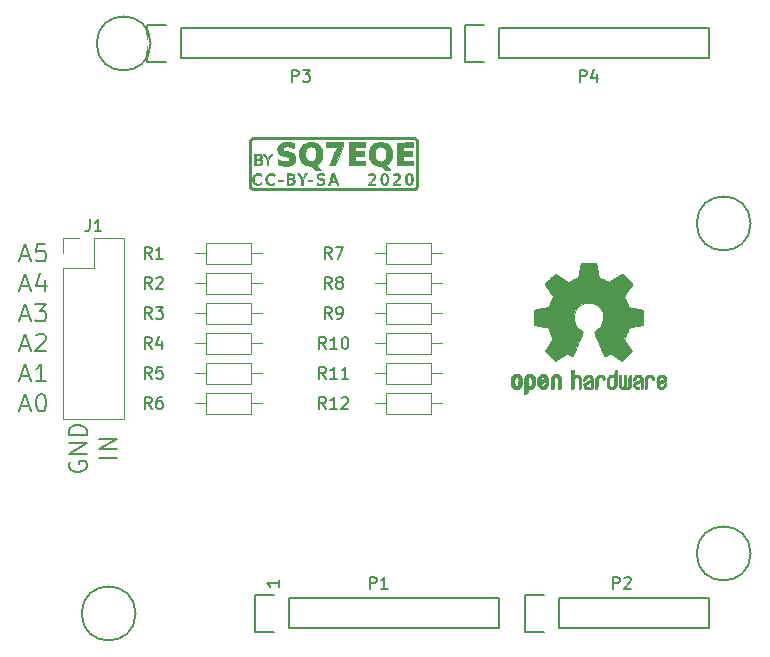
<source format=gbr>
%TF.GenerationSoftware,KiCad,Pcbnew,5.1.6-c6e7f7d~87~ubuntu18.04.1*%
%TF.CreationDate,2020-08-10T15:18:34+02:00*%
%TF.ProjectId,uno-analog-input,756e6f2d-616e-4616-9c6f-672d696e7075,1.0*%
%TF.SameCoordinates,PX69db1f0PY7882d48*%
%TF.FileFunction,Legend,Top*%
%TF.FilePolarity,Positive*%
%FSLAX46Y46*%
G04 Gerber Fmt 4.6, Leading zero omitted, Abs format (unit mm)*
G04 Created by KiCad (PCBNEW 5.1.6-c6e7f7d~87~ubuntu18.04.1) date 2020-08-10 15:18:34*
%MOMM*%
%LPD*%
G01*
G04 APERTURE LIST*
%ADD10C,0.150000*%
%ADD11C,0.120000*%
%ADD12C,0.010000*%
%ADD13O,1.400000X1.400000*%
%ADD14C,1.400000*%
%ADD15O,1.727200X2.032000*%
%ADD16C,4.064000*%
%ADD17R,1.700000X1.700000*%
%ADD18O,1.700000X1.700000*%
G04 APERTURE END LIST*
D10*
X14648571Y15724286D02*
X13148571Y15724286D01*
X14648571Y16438572D02*
X13148571Y16438572D01*
X14648571Y17295715D01*
X13148571Y17295715D01*
X10680000Y15367143D02*
X10608571Y15224286D01*
X10608571Y15010000D01*
X10680000Y14795715D01*
X10822857Y14652858D01*
X10965714Y14581429D01*
X11251428Y14510000D01*
X11465714Y14510000D01*
X11751428Y14581429D01*
X11894285Y14652858D01*
X12037142Y14795715D01*
X12108571Y15010000D01*
X12108571Y15152858D01*
X12037142Y15367143D01*
X11965714Y15438572D01*
X11465714Y15438572D01*
X11465714Y15152858D01*
X12108571Y16081429D02*
X10608571Y16081429D01*
X12108571Y16938572D01*
X10608571Y16938572D01*
X12108571Y17652858D02*
X10608571Y17652858D01*
X10608571Y18010000D01*
X10680000Y18224286D01*
X10822857Y18367143D01*
X10965714Y18438572D01*
X11251428Y18510000D01*
X11465714Y18510000D01*
X11751428Y18438572D01*
X11894285Y18367143D01*
X12037142Y18224286D01*
X12108571Y18010000D01*
X12108571Y17652858D01*
X6548571Y32770000D02*
X7262857Y32770000D01*
X6405714Y32341429D02*
X6905714Y33841429D01*
X7405714Y32341429D01*
X8620000Y33841429D02*
X7905714Y33841429D01*
X7834285Y33127143D01*
X7905714Y33198572D01*
X8048571Y33270000D01*
X8405714Y33270000D01*
X8548571Y33198572D01*
X8620000Y33127143D01*
X8691428Y32984286D01*
X8691428Y32627143D01*
X8620000Y32484286D01*
X8548571Y32412858D01*
X8405714Y32341429D01*
X8048571Y32341429D01*
X7905714Y32412858D01*
X7834285Y32484286D01*
X6548571Y30230000D02*
X7262857Y30230000D01*
X6405714Y29801429D02*
X6905714Y31301429D01*
X7405714Y29801429D01*
X8548571Y30801429D02*
X8548571Y29801429D01*
X8191428Y31372858D02*
X7834285Y30301429D01*
X8762857Y30301429D01*
X6548571Y27690000D02*
X7262857Y27690000D01*
X6405714Y27261429D02*
X6905714Y28761429D01*
X7405714Y27261429D01*
X7762857Y28761429D02*
X8691428Y28761429D01*
X8191428Y28190000D01*
X8405714Y28190000D01*
X8548571Y28118572D01*
X8620000Y28047143D01*
X8691428Y27904286D01*
X8691428Y27547143D01*
X8620000Y27404286D01*
X8548571Y27332858D01*
X8405714Y27261429D01*
X7977142Y27261429D01*
X7834285Y27332858D01*
X7762857Y27404286D01*
X6548571Y25150000D02*
X7262857Y25150000D01*
X6405714Y24721429D02*
X6905714Y26221429D01*
X7405714Y24721429D01*
X7834285Y26078572D02*
X7905714Y26150000D01*
X8048571Y26221429D01*
X8405714Y26221429D01*
X8548571Y26150000D01*
X8620000Y26078572D01*
X8691428Y25935715D01*
X8691428Y25792858D01*
X8620000Y25578572D01*
X7762857Y24721429D01*
X8691428Y24721429D01*
X6548571Y22610000D02*
X7262857Y22610000D01*
X6405714Y22181429D02*
X6905714Y23681429D01*
X7405714Y22181429D01*
X8691428Y22181429D02*
X7834285Y22181429D01*
X8262857Y22181429D02*
X8262857Y23681429D01*
X8120000Y23467143D01*
X7977142Y23324286D01*
X7834285Y23252858D01*
X6548571Y20070000D02*
X7262857Y20070000D01*
X6405714Y19641429D02*
X6905714Y21141429D01*
X7405714Y19641429D01*
X8191428Y21141429D02*
X8334285Y21141429D01*
X8477142Y21070000D01*
X8548571Y20998572D01*
X8620000Y20855715D01*
X8691428Y20570000D01*
X8691428Y20212858D01*
X8620000Y19927143D01*
X8548571Y19784286D01*
X8477142Y19712858D01*
X8334285Y19641429D01*
X8191428Y19641429D01*
X8048571Y19712858D01*
X7977142Y19784286D01*
X7905714Y19927143D01*
X7834285Y20212858D01*
X7834285Y20570000D01*
X7905714Y20855715D01*
X7977142Y20998572D01*
X8048571Y21070000D01*
X8191428Y21141429D01*
X28392380Y5365715D02*
X28392380Y4794286D01*
X28392380Y5080000D02*
X27392380Y5080000D01*
X27535238Y4984762D01*
X27630476Y4889524D01*
X27678095Y4794286D01*
D11*
%TO.C,R12*%
X41290000Y19400000D02*
X41290000Y21240000D01*
X41290000Y21240000D02*
X37450000Y21240000D01*
X37450000Y21240000D02*
X37450000Y19400000D01*
X37450000Y19400000D02*
X41290000Y19400000D01*
X42240000Y20320000D02*
X41290000Y20320000D01*
X36500000Y20320000D02*
X37450000Y20320000D01*
%TO.C,R10*%
X41290000Y24480000D02*
X41290000Y26320000D01*
X41290000Y26320000D02*
X37450000Y26320000D01*
X37450000Y26320000D02*
X37450000Y24480000D01*
X37450000Y24480000D02*
X41290000Y24480000D01*
X42240000Y25400000D02*
X41290000Y25400000D01*
X36500000Y25400000D02*
X37450000Y25400000D01*
%TO.C,R9*%
X41290000Y27020000D02*
X41290000Y28860000D01*
X41290000Y28860000D02*
X37450000Y28860000D01*
X37450000Y28860000D02*
X37450000Y27020000D01*
X37450000Y27020000D02*
X41290000Y27020000D01*
X42240000Y27940000D02*
X41290000Y27940000D01*
X36500000Y27940000D02*
X37450000Y27940000D01*
%TO.C,R8*%
X41290000Y29560000D02*
X41290000Y31400000D01*
X41290000Y31400000D02*
X37450000Y31400000D01*
X37450000Y31400000D02*
X37450000Y29560000D01*
X37450000Y29560000D02*
X41290000Y29560000D01*
X42240000Y30480000D02*
X41290000Y30480000D01*
X36500000Y30480000D02*
X37450000Y30480000D01*
%TO.C,R7*%
X41290000Y32100000D02*
X41290000Y33940000D01*
X41290000Y33940000D02*
X37450000Y33940000D01*
X37450000Y33940000D02*
X37450000Y32100000D01*
X37450000Y32100000D02*
X41290000Y32100000D01*
X42240000Y33020000D02*
X41290000Y33020000D01*
X36500000Y33020000D02*
X37450000Y33020000D01*
%TO.C,R6*%
X26050000Y19400000D02*
X26050000Y21240000D01*
X26050000Y21240000D02*
X22210000Y21240000D01*
X22210000Y21240000D02*
X22210000Y19400000D01*
X22210000Y19400000D02*
X26050000Y19400000D01*
X27000000Y20320000D02*
X26050000Y20320000D01*
X21260000Y20320000D02*
X22210000Y20320000D01*
%TO.C,R5*%
X26050000Y21940000D02*
X26050000Y23780000D01*
X26050000Y23780000D02*
X22210000Y23780000D01*
X22210000Y23780000D02*
X22210000Y21940000D01*
X22210000Y21940000D02*
X26050000Y21940000D01*
X27000000Y22860000D02*
X26050000Y22860000D01*
X21260000Y22860000D02*
X22210000Y22860000D01*
%TO.C,R4*%
X26050000Y24480000D02*
X26050000Y26320000D01*
X26050000Y26320000D02*
X22210000Y26320000D01*
X22210000Y26320000D02*
X22210000Y24480000D01*
X22210000Y24480000D02*
X26050000Y24480000D01*
X27000000Y25400000D02*
X26050000Y25400000D01*
X21260000Y25400000D02*
X22210000Y25400000D01*
%TO.C,R3*%
X26050000Y27020000D02*
X26050000Y28860000D01*
X26050000Y28860000D02*
X22210000Y28860000D01*
X22210000Y28860000D02*
X22210000Y27020000D01*
X22210000Y27020000D02*
X26050000Y27020000D01*
X27000000Y27940000D02*
X26050000Y27940000D01*
X21260000Y27940000D02*
X22210000Y27940000D01*
%TO.C,R2*%
X26050000Y29560000D02*
X26050000Y31400000D01*
X26050000Y31400000D02*
X22210000Y31400000D01*
X22210000Y31400000D02*
X22210000Y29560000D01*
X22210000Y29560000D02*
X26050000Y29560000D01*
X27000000Y30480000D02*
X26050000Y30480000D01*
X21260000Y30480000D02*
X22210000Y30480000D01*
%TO.C,R1*%
X26050000Y32100000D02*
X26050000Y33940000D01*
X26050000Y33940000D02*
X22210000Y33940000D01*
X22210000Y33940000D02*
X22210000Y32100000D01*
X22210000Y32100000D02*
X26050000Y32100000D01*
X27000000Y33020000D02*
X26050000Y33020000D01*
X21260000Y33020000D02*
X22210000Y33020000D01*
D10*
%TO.C,P1*%
X29210000Y1270000D02*
X46990000Y1270000D01*
X46990000Y1270000D02*
X46990000Y3810000D01*
X46990000Y3810000D02*
X29210000Y3810000D01*
X26390000Y990000D02*
X27940000Y990000D01*
X29210000Y1270000D02*
X29210000Y3810000D01*
X27940000Y4090000D02*
X26390000Y4090000D01*
X26390000Y4090000D02*
X26390000Y990000D01*
%TO.C,P2*%
X52070000Y1270000D02*
X64770000Y1270000D01*
X64770000Y1270000D02*
X64770000Y3810000D01*
X64770000Y3810000D02*
X52070000Y3810000D01*
X49250000Y990000D02*
X50800000Y990000D01*
X52070000Y1270000D02*
X52070000Y3810000D01*
X50800000Y4090000D02*
X49250000Y4090000D01*
X49250000Y4090000D02*
X49250000Y990000D01*
%TO.C,P3*%
X20066000Y49530000D02*
X42926000Y49530000D01*
X42926000Y49530000D02*
X42926000Y52070000D01*
X42926000Y52070000D02*
X20066000Y52070000D01*
X17246000Y49250000D02*
X18796000Y49250000D01*
X20066000Y49530000D02*
X20066000Y52070000D01*
X18796000Y52350000D02*
X17246000Y52350000D01*
X17246000Y52350000D02*
X17246000Y49250000D01*
%TO.C,P4*%
X46990000Y49530000D02*
X64770000Y49530000D01*
X64770000Y49530000D02*
X64770000Y52070000D01*
X64770000Y52070000D02*
X46990000Y52070000D01*
X44170000Y49250000D02*
X45720000Y49250000D01*
X46990000Y49530000D02*
X46990000Y52070000D01*
X45720000Y52350000D02*
X44170000Y52350000D01*
X44170000Y52350000D02*
X44170000Y49250000D01*
%TO.C,P5*%
X16256000Y2540000D02*
G75*
G03*
X16256000Y2540000I-2286000J0D01*
G01*
%TO.C,P6*%
X68326000Y7620000D02*
G75*
G03*
X68326000Y7620000I-2286000J0D01*
G01*
%TO.C,P7*%
X17526000Y50800000D02*
G75*
G03*
X17526000Y50800000I-2286000J0D01*
G01*
%TO.C,P8*%
X68326000Y35560000D02*
G75*
G03*
X68326000Y35560000I-2286000J0D01*
G01*
D12*
%TO.C,G1*%
G36*
X39938328Y42861579D02*
G01*
X40024848Y42809067D01*
X40090501Y42745317D01*
X40143874Y42661369D01*
X40158120Y42632313D01*
X40195189Y42552938D01*
X40195189Y38711188D01*
X40158120Y38631813D01*
X40106683Y38540421D01*
X40045430Y38471796D01*
X39965771Y38416977D01*
X39938328Y38402547D01*
X39841178Y38354000D01*
X26198821Y38354000D01*
X26101671Y38402547D01*
X26015151Y38455059D01*
X25949498Y38518809D01*
X25896125Y38602757D01*
X25881879Y38631813D01*
X25844810Y38711188D01*
X25844810Y39801529D01*
X26021183Y39801529D01*
X26021350Y39606025D01*
X26021681Y39426733D01*
X26022171Y39265762D01*
X26022813Y39125219D01*
X26023603Y39007213D01*
X26024535Y38913853D01*
X26025603Y38847245D01*
X26026802Y38809499D01*
X26027277Y38803270D01*
X26052168Y38710164D01*
X26100571Y38632456D01*
X26168434Y38574998D01*
X26243324Y38544487D01*
X26262720Y38543624D01*
X26312824Y38542787D01*
X26392596Y38541978D01*
X26500994Y38541198D01*
X26636977Y38540449D01*
X26799503Y38539733D01*
X26987532Y38539051D01*
X27200022Y38538404D01*
X27435931Y38537794D01*
X27694220Y38537223D01*
X27973845Y38536692D01*
X28273766Y38536204D01*
X28592942Y38535758D01*
X28930332Y38535358D01*
X29284893Y38535005D01*
X29655586Y38534699D01*
X30041368Y38534444D01*
X30441198Y38534240D01*
X30854035Y38534088D01*
X31278838Y38533992D01*
X31714566Y38533951D01*
X32160177Y38533968D01*
X32614629Y38534044D01*
X33051750Y38534173D01*
X33604527Y38534373D01*
X34126445Y38534575D01*
X34618392Y38534783D01*
X35081258Y38534999D01*
X35515934Y38535229D01*
X35923309Y38535475D01*
X36304272Y38535742D01*
X36659714Y38536034D01*
X36990525Y38536354D01*
X37297593Y38536707D01*
X37581810Y38537096D01*
X37844064Y38537525D01*
X38085246Y38537999D01*
X38306245Y38538520D01*
X38507952Y38539092D01*
X38691255Y38539721D01*
X38857045Y38540409D01*
X39006211Y38541160D01*
X39139644Y38541978D01*
X39258233Y38542868D01*
X39362868Y38543833D01*
X39454439Y38544876D01*
X39533835Y38546002D01*
X39601947Y38547215D01*
X39659663Y38548518D01*
X39707875Y38549915D01*
X39747471Y38551411D01*
X39779342Y38553009D01*
X39804377Y38554712D01*
X39823466Y38556526D01*
X39837499Y38558453D01*
X39847366Y38560498D01*
X39853956Y38562664D01*
X39856265Y38563774D01*
X39912935Y38605518D01*
X39962950Y38660956D01*
X39996336Y38718481D01*
X40001035Y38732255D01*
X40002571Y38753355D01*
X40004048Y38804190D01*
X40005456Y38882742D01*
X40006781Y38986995D01*
X40008010Y39114935D01*
X40009132Y39264544D01*
X40010134Y39433806D01*
X40011003Y39620706D01*
X40011727Y39823227D01*
X40012293Y40039354D01*
X40012689Y40267070D01*
X40012902Y40504359D01*
X40012937Y40647938D01*
X40012914Y40932260D01*
X40012827Y41186553D01*
X40012654Y41412537D01*
X40012368Y41611934D01*
X40011947Y41786464D01*
X40011365Y41937848D01*
X40010599Y42067806D01*
X40009624Y42178060D01*
X40008415Y42270330D01*
X40006948Y42346338D01*
X40005200Y42407803D01*
X40003144Y42456446D01*
X40000758Y42493989D01*
X39998017Y42522153D01*
X39994897Y42542657D01*
X39991372Y42557222D01*
X39987419Y42567571D01*
X39985726Y42570891D01*
X39943982Y42627561D01*
X39888544Y42677576D01*
X39831019Y42710962D01*
X39817245Y42715661D01*
X39798276Y42716570D01*
X39748818Y42717441D01*
X39670131Y42718276D01*
X39563475Y42719074D01*
X39430112Y42719835D01*
X39271302Y42720559D01*
X39088305Y42721247D01*
X38882382Y42721897D01*
X38654793Y42722511D01*
X38406800Y42723089D01*
X38139662Y42723629D01*
X37854640Y42724133D01*
X37552995Y42724599D01*
X37235988Y42725029D01*
X36904878Y42725423D01*
X36560926Y42725779D01*
X36205394Y42726099D01*
X35839541Y42726381D01*
X35464628Y42726627D01*
X35081916Y42726837D01*
X34692664Y42727009D01*
X34298135Y42727145D01*
X33899588Y42727244D01*
X33498284Y42727306D01*
X33095483Y42727331D01*
X32692446Y42727319D01*
X32290434Y42727271D01*
X31890707Y42727186D01*
X31494525Y42727064D01*
X31103150Y42726906D01*
X30717841Y42726710D01*
X30339860Y42726478D01*
X29970467Y42726209D01*
X29610922Y42725903D01*
X29262486Y42725560D01*
X28926419Y42725181D01*
X28603983Y42724765D01*
X28296438Y42724312D01*
X28005043Y42723822D01*
X27731061Y42723295D01*
X27475750Y42722732D01*
X27240373Y42722132D01*
X27026189Y42721495D01*
X26834460Y42720821D01*
X26666444Y42720110D01*
X26523404Y42719363D01*
X26406600Y42718579D01*
X26317292Y42717758D01*
X26256741Y42716900D01*
X26226207Y42716006D01*
X26222754Y42715661D01*
X26166576Y42688190D01*
X26109487Y42641514D01*
X26063095Y42585607D01*
X26054273Y42570891D01*
X26050078Y42561548D01*
X26046322Y42548518D01*
X26042976Y42530054D01*
X26040008Y42504410D01*
X26037390Y42469838D01*
X26035091Y42424592D01*
X26033082Y42366924D01*
X26031332Y42295090D01*
X26029811Y42207340D01*
X26028490Y42101930D01*
X26027339Y41977111D01*
X26026327Y41831138D01*
X26025426Y41662263D01*
X26024604Y41468740D01*
X26023832Y41248821D01*
X26023079Y41000761D01*
X26022317Y40722812D01*
X26022266Y40703500D01*
X26021722Y40464231D01*
X26021363Y40232740D01*
X26021185Y40011136D01*
X26021183Y39801529D01*
X25844810Y39801529D01*
X25844810Y42552938D01*
X25881879Y42632313D01*
X25933316Y42723705D01*
X25994569Y42792330D01*
X26074228Y42847149D01*
X26101671Y42861579D01*
X26198821Y42910125D01*
X39841178Y42910125D01*
X39938328Y42861579D01*
G37*
X39938328Y42861579D02*
X40024848Y42809067D01*
X40090501Y42745317D01*
X40143874Y42661369D01*
X40158120Y42632313D01*
X40195189Y42552938D01*
X40195189Y38711188D01*
X40158120Y38631813D01*
X40106683Y38540421D01*
X40045430Y38471796D01*
X39965771Y38416977D01*
X39938328Y38402547D01*
X39841178Y38354000D01*
X26198821Y38354000D01*
X26101671Y38402547D01*
X26015151Y38455059D01*
X25949498Y38518809D01*
X25896125Y38602757D01*
X25881879Y38631813D01*
X25844810Y38711188D01*
X25844810Y39801529D01*
X26021183Y39801529D01*
X26021350Y39606025D01*
X26021681Y39426733D01*
X26022171Y39265762D01*
X26022813Y39125219D01*
X26023603Y39007213D01*
X26024535Y38913853D01*
X26025603Y38847245D01*
X26026802Y38809499D01*
X26027277Y38803270D01*
X26052168Y38710164D01*
X26100571Y38632456D01*
X26168434Y38574998D01*
X26243324Y38544487D01*
X26262720Y38543624D01*
X26312824Y38542787D01*
X26392596Y38541978D01*
X26500994Y38541198D01*
X26636977Y38540449D01*
X26799503Y38539733D01*
X26987532Y38539051D01*
X27200022Y38538404D01*
X27435931Y38537794D01*
X27694220Y38537223D01*
X27973845Y38536692D01*
X28273766Y38536204D01*
X28592942Y38535758D01*
X28930332Y38535358D01*
X29284893Y38535005D01*
X29655586Y38534699D01*
X30041368Y38534444D01*
X30441198Y38534240D01*
X30854035Y38534088D01*
X31278838Y38533992D01*
X31714566Y38533951D01*
X32160177Y38533968D01*
X32614629Y38534044D01*
X33051750Y38534173D01*
X33604527Y38534373D01*
X34126445Y38534575D01*
X34618392Y38534783D01*
X35081258Y38534999D01*
X35515934Y38535229D01*
X35923309Y38535475D01*
X36304272Y38535742D01*
X36659714Y38536034D01*
X36990525Y38536354D01*
X37297593Y38536707D01*
X37581810Y38537096D01*
X37844064Y38537525D01*
X38085246Y38537999D01*
X38306245Y38538520D01*
X38507952Y38539092D01*
X38691255Y38539721D01*
X38857045Y38540409D01*
X39006211Y38541160D01*
X39139644Y38541978D01*
X39258233Y38542868D01*
X39362868Y38543833D01*
X39454439Y38544876D01*
X39533835Y38546002D01*
X39601947Y38547215D01*
X39659663Y38548518D01*
X39707875Y38549915D01*
X39747471Y38551411D01*
X39779342Y38553009D01*
X39804377Y38554712D01*
X39823466Y38556526D01*
X39837499Y38558453D01*
X39847366Y38560498D01*
X39853956Y38562664D01*
X39856265Y38563774D01*
X39912935Y38605518D01*
X39962950Y38660956D01*
X39996336Y38718481D01*
X40001035Y38732255D01*
X40002571Y38753355D01*
X40004048Y38804190D01*
X40005456Y38882742D01*
X40006781Y38986995D01*
X40008010Y39114935D01*
X40009132Y39264544D01*
X40010134Y39433806D01*
X40011003Y39620706D01*
X40011727Y39823227D01*
X40012293Y40039354D01*
X40012689Y40267070D01*
X40012902Y40504359D01*
X40012937Y40647938D01*
X40012914Y40932260D01*
X40012827Y41186553D01*
X40012654Y41412537D01*
X40012368Y41611934D01*
X40011947Y41786464D01*
X40011365Y41937848D01*
X40010599Y42067806D01*
X40009624Y42178060D01*
X40008415Y42270330D01*
X40006948Y42346338D01*
X40005200Y42407803D01*
X40003144Y42456446D01*
X40000758Y42493989D01*
X39998017Y42522153D01*
X39994897Y42542657D01*
X39991372Y42557222D01*
X39987419Y42567571D01*
X39985726Y42570891D01*
X39943982Y42627561D01*
X39888544Y42677576D01*
X39831019Y42710962D01*
X39817245Y42715661D01*
X39798276Y42716570D01*
X39748818Y42717441D01*
X39670131Y42718276D01*
X39563475Y42719074D01*
X39430112Y42719835D01*
X39271302Y42720559D01*
X39088305Y42721247D01*
X38882382Y42721897D01*
X38654793Y42722511D01*
X38406800Y42723089D01*
X38139662Y42723629D01*
X37854640Y42724133D01*
X37552995Y42724599D01*
X37235988Y42725029D01*
X36904878Y42725423D01*
X36560926Y42725779D01*
X36205394Y42726099D01*
X35839541Y42726381D01*
X35464628Y42726627D01*
X35081916Y42726837D01*
X34692664Y42727009D01*
X34298135Y42727145D01*
X33899588Y42727244D01*
X33498284Y42727306D01*
X33095483Y42727331D01*
X32692446Y42727319D01*
X32290434Y42727271D01*
X31890707Y42727186D01*
X31494525Y42727064D01*
X31103150Y42726906D01*
X30717841Y42726710D01*
X30339860Y42726478D01*
X29970467Y42726209D01*
X29610922Y42725903D01*
X29262486Y42725560D01*
X28926419Y42725181D01*
X28603983Y42724765D01*
X28296438Y42724312D01*
X28005043Y42723822D01*
X27731061Y42723295D01*
X27475750Y42722732D01*
X27240373Y42722132D01*
X27026189Y42721495D01*
X26834460Y42720821D01*
X26666444Y42720110D01*
X26523404Y42719363D01*
X26406600Y42718579D01*
X26317292Y42717758D01*
X26256741Y42716900D01*
X26226207Y42716006D01*
X26222754Y42715661D01*
X26166576Y42688190D01*
X26109487Y42641514D01*
X26063095Y42585607D01*
X26054273Y42570891D01*
X26050078Y42561548D01*
X26046322Y42548518D01*
X26042976Y42530054D01*
X26040008Y42504410D01*
X26037390Y42469838D01*
X26035091Y42424592D01*
X26033082Y42366924D01*
X26031332Y42295090D01*
X26029811Y42207340D01*
X26028490Y42101930D01*
X26027339Y41977111D01*
X26026327Y41831138D01*
X26025426Y41662263D01*
X26024604Y41468740D01*
X26023832Y41248821D01*
X26023079Y41000761D01*
X26022317Y40722812D01*
X26022266Y40703500D01*
X26021722Y40464231D01*
X26021363Y40232740D01*
X26021185Y40011136D01*
X26021183Y39801529D01*
X25844810Y39801529D01*
X25844810Y42552938D01*
X25881879Y42632313D01*
X25933316Y42723705D01*
X25994569Y42792330D01*
X26074228Y42847149D01*
X26101671Y42861579D01*
X26198821Y42910125D01*
X39841178Y42910125D01*
X39938328Y42861579D01*
G36*
X26667327Y39805329D02*
G01*
X26722468Y39800464D01*
X26766181Y39790219D01*
X26808597Y39772849D01*
X26820812Y39766875D01*
X26866586Y39742208D01*
X26890945Y39720782D01*
X26901489Y39692942D01*
X26905064Y39659810D01*
X26909941Y39592433D01*
X26827093Y39643934D01*
X26777284Y39672041D01*
X26732016Y39688629D01*
X26678228Y39697333D01*
X26622254Y39700975D01*
X26517659Y39697195D01*
X26435041Y39673987D01*
X26369934Y39629502D01*
X26328775Y39579355D01*
X26288314Y39493945D01*
X26266653Y39394366D01*
X26263368Y39288918D01*
X26278033Y39185904D01*
X26310225Y39093625D01*
X26357226Y39022842D01*
X26427724Y38968431D01*
X26514364Y38936300D01*
X26610313Y38926815D01*
X26708736Y38940343D01*
X26802801Y38977252D01*
X26835511Y38997165D01*
X26872212Y39021062D01*
X26896623Y39035085D01*
X26900892Y39036625D01*
X26905398Y39022514D01*
X26907926Y38987211D01*
X26908125Y38972247D01*
X26906511Y38935604D01*
X26897058Y38912042D01*
X26872847Y38893198D01*
X26826959Y38870712D01*
X26822366Y38868608D01*
X26736611Y38839974D01*
X26637959Y38823383D01*
X26541004Y38820553D01*
X26479500Y38828204D01*
X26375231Y38865667D01*
X26283414Y38927296D01*
X26209810Y39007905D01*
X26160180Y39102310D01*
X26153988Y39121200D01*
X26136463Y39210153D01*
X26130398Y39311569D01*
X26135584Y39412921D01*
X26151810Y39501686D01*
X26160831Y39529518D01*
X26205932Y39623554D01*
X26263762Y39694844D01*
X26341499Y39751907D01*
X26354559Y39759345D01*
X26398117Y39781883D01*
X26436224Y39795861D01*
X26478927Y39803287D01*
X26536270Y39806171D01*
X26590625Y39806563D01*
X26667327Y39805329D01*
G37*
X26667327Y39805329D02*
X26722468Y39800464D01*
X26766181Y39790219D01*
X26808597Y39772849D01*
X26820812Y39766875D01*
X26866586Y39742208D01*
X26890945Y39720782D01*
X26901489Y39692942D01*
X26905064Y39659810D01*
X26909941Y39592433D01*
X26827093Y39643934D01*
X26777284Y39672041D01*
X26732016Y39688629D01*
X26678228Y39697333D01*
X26622254Y39700975D01*
X26517659Y39697195D01*
X26435041Y39673987D01*
X26369934Y39629502D01*
X26328775Y39579355D01*
X26288314Y39493945D01*
X26266653Y39394366D01*
X26263368Y39288918D01*
X26278033Y39185904D01*
X26310225Y39093625D01*
X26357226Y39022842D01*
X26427724Y38968431D01*
X26514364Y38936300D01*
X26610313Y38926815D01*
X26708736Y38940343D01*
X26802801Y38977252D01*
X26835511Y38997165D01*
X26872212Y39021062D01*
X26896623Y39035085D01*
X26900892Y39036625D01*
X26905398Y39022514D01*
X26907926Y38987211D01*
X26908125Y38972247D01*
X26906511Y38935604D01*
X26897058Y38912042D01*
X26872847Y38893198D01*
X26826959Y38870712D01*
X26822366Y38868608D01*
X26736611Y38839974D01*
X26637959Y38823383D01*
X26541004Y38820553D01*
X26479500Y38828204D01*
X26375231Y38865667D01*
X26283414Y38927296D01*
X26209810Y39007905D01*
X26160180Y39102310D01*
X26153988Y39121200D01*
X26136463Y39210153D01*
X26130398Y39311569D01*
X26135584Y39412921D01*
X26151810Y39501686D01*
X26160831Y39529518D01*
X26205932Y39623554D01*
X26263762Y39694844D01*
X26341499Y39751907D01*
X26354559Y39759345D01*
X26398117Y39781883D01*
X26436224Y39795861D01*
X26478927Y39803287D01*
X26536270Y39806171D01*
X26590625Y39806563D01*
X26667327Y39805329D01*
G36*
X27846002Y39799830D02*
G01*
X27937874Y39773094D01*
X27943968Y39770460D01*
X27988267Y39749071D01*
X28010606Y39729832D01*
X28018471Y39703018D01*
X28019375Y39672518D01*
X28017789Y39632406D01*
X28013824Y39609895D01*
X28012142Y39608125D01*
X27995801Y39616237D01*
X27963125Y39636668D01*
X27947045Y39647393D01*
X27887233Y39679940D01*
X27820993Y39697838D01*
X27739170Y39702908D01*
X27679639Y39700604D01*
X27583857Y39682622D01*
X27507730Y39640731D01*
X27447630Y39572608D01*
X27428438Y39539737D01*
X27410881Y39500388D01*
X27400122Y39457697D01*
X27394631Y39402304D01*
X27392876Y39324846D01*
X27392866Y39322375D01*
X27393879Y39245001D01*
X27398677Y39189304D01*
X27408892Y39145287D01*
X27426156Y39102949D01*
X27429954Y39095109D01*
X27483835Y39018775D01*
X27556501Y38964543D01*
X27643135Y38933282D01*
X27738915Y38925859D01*
X27839025Y38943144D01*
X27938643Y38986004D01*
X27960798Y38999455D01*
X28021284Y39038340D01*
X28016360Y38970014D01*
X28011049Y38928284D01*
X27997414Y38902008D01*
X27967443Y38880475D01*
X27937941Y38865206D01*
X27864661Y38839766D01*
X27774504Y38824180D01*
X27681185Y38819792D01*
X27598416Y38827948D01*
X27586265Y38830708D01*
X27478094Y38872551D01*
X27389288Y38939106D01*
X27318754Y39031310D01*
X27291953Y39083013D01*
X27263961Y39172242D01*
X27250724Y39278137D01*
X27252551Y39389090D01*
X27269757Y39493492D01*
X27279977Y39527824D01*
X27326560Y39619821D01*
X27396118Y39700824D01*
X27480913Y39763081D01*
X27542041Y39790328D01*
X27634442Y39809121D01*
X27740310Y39812064D01*
X27846002Y39799830D01*
G37*
X27846002Y39799830D02*
X27937874Y39773094D01*
X27943968Y39770460D01*
X27988267Y39749071D01*
X28010606Y39729832D01*
X28018471Y39703018D01*
X28019375Y39672518D01*
X28017789Y39632406D01*
X28013824Y39609895D01*
X28012142Y39608125D01*
X27995801Y39616237D01*
X27963125Y39636668D01*
X27947045Y39647393D01*
X27887233Y39679940D01*
X27820993Y39697838D01*
X27739170Y39702908D01*
X27679639Y39700604D01*
X27583857Y39682622D01*
X27507730Y39640731D01*
X27447630Y39572608D01*
X27428438Y39539737D01*
X27410881Y39500388D01*
X27400122Y39457697D01*
X27394631Y39402304D01*
X27392876Y39324846D01*
X27392866Y39322375D01*
X27393879Y39245001D01*
X27398677Y39189304D01*
X27408892Y39145287D01*
X27426156Y39102949D01*
X27429954Y39095109D01*
X27483835Y39018775D01*
X27556501Y38964543D01*
X27643135Y38933282D01*
X27738915Y38925859D01*
X27839025Y38943144D01*
X27938643Y38986004D01*
X27960798Y38999455D01*
X28021284Y39038340D01*
X28016360Y38970014D01*
X28011049Y38928284D01*
X27997414Y38902008D01*
X27967443Y38880475D01*
X27937941Y38865206D01*
X27864661Y38839766D01*
X27774504Y38824180D01*
X27681185Y38819792D01*
X27598416Y38827948D01*
X27586265Y38830708D01*
X27478094Y38872551D01*
X27389288Y38939106D01*
X27318754Y39031310D01*
X27291953Y39083013D01*
X27263961Y39172242D01*
X27250724Y39278137D01*
X27252551Y39389090D01*
X27269757Y39493492D01*
X27279977Y39527824D01*
X27326560Y39619821D01*
X27396118Y39700824D01*
X27480913Y39763081D01*
X27542041Y39790328D01*
X27634442Y39809121D01*
X27740310Y39812064D01*
X27846002Y39799830D01*
G36*
X31981177Y39810122D02*
G01*
X32062203Y39803062D01*
X32107187Y39794300D01*
X32153774Y39780415D01*
X32177894Y39765662D01*
X32187861Y39741406D01*
X32191422Y39706829D01*
X32196282Y39640751D01*
X32136966Y39665535D01*
X32045921Y39694393D01*
X31954162Y39707332D01*
X31868539Y39704710D01*
X31795900Y39686888D01*
X31743094Y39654225D01*
X31734266Y39644387D01*
X31708651Y39591685D01*
X31704126Y39533534D01*
X31720759Y39482044D01*
X31733287Y39466088D01*
X31768272Y39442733D01*
X31817484Y39422501D01*
X31832506Y39418263D01*
X31931073Y39393579D01*
X32004140Y39374166D01*
X32057098Y39357960D01*
X32095340Y39342899D01*
X32124257Y39326920D01*
X32149241Y39307960D01*
X32170247Y39289047D01*
X32234187Y39229404D01*
X32234187Y38970847D01*
X32169348Y38910366D01*
X32096150Y38861404D01*
X32003735Y38828809D01*
X31901176Y38814537D01*
X31797545Y38820543D01*
X31773812Y38825154D01*
X31740669Y38833395D01*
X31690785Y38846676D01*
X31658718Y38855506D01*
X31610907Y38869859D01*
X31586125Y38883732D01*
X31576804Y38905116D01*
X31575375Y38942005D01*
X31575375Y38943517D01*
X31577231Y38983999D01*
X31585125Y38999447D01*
X31602543Y38996477D01*
X31603156Y38996213D01*
X31716463Y38955255D01*
X31821245Y38933069D01*
X31914478Y38928887D01*
X31993140Y38941939D01*
X32054209Y38971458D01*
X32094663Y39016675D01*
X32111480Y39076821D01*
X32108110Y39124600D01*
X32089351Y39173534D01*
X32051105Y39211799D01*
X31989373Y39242100D01*
X31900152Y39267141D01*
X31895778Y39268110D01*
X31779503Y39299491D01*
X31692081Y39337311D01*
X31630890Y39383822D01*
X31593310Y39441278D01*
X31576721Y39511932D01*
X31575375Y39543566D01*
X31588339Y39634512D01*
X31627673Y39708117D01*
X31686779Y39761007D01*
X31724913Y39783436D01*
X31763061Y39797415D01*
X31811379Y39805402D01*
X31880024Y39809854D01*
X31890435Y39810281D01*
X31981177Y39810122D01*
G37*
X31981177Y39810122D02*
X32062203Y39803062D01*
X32107187Y39794300D01*
X32153774Y39780415D01*
X32177894Y39765662D01*
X32187861Y39741406D01*
X32191422Y39706829D01*
X32196282Y39640751D01*
X32136966Y39665535D01*
X32045921Y39694393D01*
X31954162Y39707332D01*
X31868539Y39704710D01*
X31795900Y39686888D01*
X31743094Y39654225D01*
X31734266Y39644387D01*
X31708651Y39591685D01*
X31704126Y39533534D01*
X31720759Y39482044D01*
X31733287Y39466088D01*
X31768272Y39442733D01*
X31817484Y39422501D01*
X31832506Y39418263D01*
X31931073Y39393579D01*
X32004140Y39374166D01*
X32057098Y39357960D01*
X32095340Y39342899D01*
X32124257Y39326920D01*
X32149241Y39307960D01*
X32170247Y39289047D01*
X32234187Y39229404D01*
X32234187Y38970847D01*
X32169348Y38910366D01*
X32096150Y38861404D01*
X32003735Y38828809D01*
X31901176Y38814537D01*
X31797545Y38820543D01*
X31773812Y38825154D01*
X31740669Y38833395D01*
X31690785Y38846676D01*
X31658718Y38855506D01*
X31610907Y38869859D01*
X31586125Y38883732D01*
X31576804Y38905116D01*
X31575375Y38942005D01*
X31575375Y38943517D01*
X31577231Y38983999D01*
X31585125Y38999447D01*
X31602543Y38996477D01*
X31603156Y38996213D01*
X31716463Y38955255D01*
X31821245Y38933069D01*
X31914478Y38928887D01*
X31993140Y38941939D01*
X32054209Y38971458D01*
X32094663Y39016675D01*
X32111480Y39076821D01*
X32108110Y39124600D01*
X32089351Y39173534D01*
X32051105Y39211799D01*
X31989373Y39242100D01*
X31900152Y39267141D01*
X31895778Y39268110D01*
X31779503Y39299491D01*
X31692081Y39337311D01*
X31630890Y39383822D01*
X31593310Y39441278D01*
X31576721Y39511932D01*
X31575375Y39543566D01*
X31588339Y39634512D01*
X31627673Y39708117D01*
X31686779Y39761007D01*
X31724913Y39783436D01*
X31763061Y39797415D01*
X31811379Y39805402D01*
X31880024Y39809854D01*
X31890435Y39810281D01*
X31981177Y39810122D01*
G36*
X37394985Y39805873D02*
G01*
X37474852Y39775910D01*
X37538780Y39719634D01*
X37580444Y39654528D01*
X37620661Y39551063D01*
X37644414Y39435349D01*
X37652148Y39314193D01*
X37644308Y39194406D01*
X37621340Y39082796D01*
X37583688Y38986173D01*
X37531863Y38911414D01*
X37454706Y38851731D01*
X37366135Y38821252D01*
X37268478Y38820559D01*
X37215070Y38832110D01*
X37144405Y38868623D01*
X37083850Y38932812D01*
X37036026Y39021500D01*
X37018978Y39069799D01*
X36997309Y39171930D01*
X36991227Y39248233D01*
X37118558Y39248233D01*
X37132178Y39132475D01*
X37160751Y39041182D01*
X37203768Y38975514D01*
X37260722Y38936633D01*
X37322105Y38925500D01*
X37374126Y38931251D01*
X37413110Y38953443D01*
X37432816Y38972662D01*
X37464097Y39017968D01*
X37489950Y39075296D01*
X37496146Y39095693D01*
X37506442Y39157616D01*
X37512610Y39239105D01*
X37514615Y39329582D01*
X37512425Y39418467D01*
X37506008Y39495181D01*
X37497529Y39541731D01*
X37464943Y39619463D01*
X37418359Y39674748D01*
X37362910Y39706724D01*
X37303729Y39714528D01*
X37245949Y39697298D01*
X37194704Y39654171D01*
X37160903Y39598298D01*
X37140344Y39532440D01*
X37125578Y39444452D01*
X37120398Y39387292D01*
X37118558Y39248233D01*
X36991227Y39248233D01*
X36988141Y39286937D01*
X36991103Y39404719D01*
X37005826Y39515173D01*
X37031938Y39608196D01*
X37039349Y39625699D01*
X37089585Y39711127D01*
X37151030Y39768632D01*
X37227908Y39801266D01*
X37296249Y39811138D01*
X37394985Y39805873D01*
G37*
X37394985Y39805873D02*
X37474852Y39775910D01*
X37538780Y39719634D01*
X37580444Y39654528D01*
X37620661Y39551063D01*
X37644414Y39435349D01*
X37652148Y39314193D01*
X37644308Y39194406D01*
X37621340Y39082796D01*
X37583688Y38986173D01*
X37531863Y38911414D01*
X37454706Y38851731D01*
X37366135Y38821252D01*
X37268478Y38820559D01*
X37215070Y38832110D01*
X37144405Y38868623D01*
X37083850Y38932812D01*
X37036026Y39021500D01*
X37018978Y39069799D01*
X36997309Y39171930D01*
X36991227Y39248233D01*
X37118558Y39248233D01*
X37132178Y39132475D01*
X37160751Y39041182D01*
X37203768Y38975514D01*
X37260722Y38936633D01*
X37322105Y38925500D01*
X37374126Y38931251D01*
X37413110Y38953443D01*
X37432816Y38972662D01*
X37464097Y39017968D01*
X37489950Y39075296D01*
X37496146Y39095693D01*
X37506442Y39157616D01*
X37512610Y39239105D01*
X37514615Y39329582D01*
X37512425Y39418467D01*
X37506008Y39495181D01*
X37497529Y39541731D01*
X37464943Y39619463D01*
X37418359Y39674748D01*
X37362910Y39706724D01*
X37303729Y39714528D01*
X37245949Y39697298D01*
X37194704Y39654171D01*
X37160903Y39598298D01*
X37140344Y39532440D01*
X37125578Y39444452D01*
X37120398Y39387292D01*
X37118558Y39248233D01*
X36991227Y39248233D01*
X36988141Y39286937D01*
X36991103Y39404719D01*
X37005826Y39515173D01*
X37031938Y39608196D01*
X37039349Y39625699D01*
X37089585Y39711127D01*
X37151030Y39768632D01*
X37227908Y39801266D01*
X37296249Y39811138D01*
X37394985Y39805873D01*
G36*
X39477557Y39806063D02*
G01*
X39558086Y39774529D01*
X39623233Y39715858D01*
X39659368Y39660871D01*
X39698784Y39562192D01*
X39722959Y39444657D01*
X39731500Y39317473D01*
X39724014Y39189847D01*
X39700110Y39070988D01*
X39686303Y39029134D01*
X39637376Y38938695D01*
X39569273Y38871933D01*
X39485954Y38830844D01*
X39391378Y38817422D01*
X39295025Y38832024D01*
X39236922Y38862272D01*
X39179984Y38914882D01*
X39132231Y38981213D01*
X39107525Y39034041D01*
X39090410Y39102492D01*
X39078321Y39191495D01*
X39073045Y39271285D01*
X39199689Y39271285D01*
X39208037Y39170049D01*
X39226500Y39082211D01*
X39236258Y39054140D01*
X39262165Y39005120D01*
X39294060Y38964531D01*
X39302545Y38956953D01*
X39358873Y38930950D01*
X39424161Y38927463D01*
X39485017Y38946459D01*
X39501587Y38957452D01*
X39544367Y39010372D01*
X39574732Y39091415D01*
X39592350Y39199339D01*
X39597051Y39314438D01*
X39593147Y39429309D01*
X39581325Y39518631D01*
X39560336Y39587896D01*
X39528933Y39642596D01*
X39519965Y39653862D01*
X39465025Y39697928D01*
X39402776Y39714314D01*
X39340437Y39703570D01*
X39285227Y39666248D01*
X39260170Y39634034D01*
X39231695Y39567294D01*
X39211881Y39478717D01*
X39201091Y39377111D01*
X39199689Y39271285D01*
X39073045Y39271285D01*
X39071796Y39290168D01*
X39071373Y39387631D01*
X39077593Y39473003D01*
X39083935Y39510391D01*
X39117699Y39622450D01*
X39164056Y39706634D01*
X39225031Y39765009D01*
X39302647Y39799640D01*
X39379318Y39811717D01*
X39477557Y39806063D01*
G37*
X39477557Y39806063D02*
X39558086Y39774529D01*
X39623233Y39715858D01*
X39659368Y39660871D01*
X39698784Y39562192D01*
X39722959Y39444657D01*
X39731500Y39317473D01*
X39724014Y39189847D01*
X39700110Y39070988D01*
X39686303Y39029134D01*
X39637376Y38938695D01*
X39569273Y38871933D01*
X39485954Y38830844D01*
X39391378Y38817422D01*
X39295025Y38832024D01*
X39236922Y38862272D01*
X39179984Y38914882D01*
X39132231Y38981213D01*
X39107525Y39034041D01*
X39090410Y39102492D01*
X39078321Y39191495D01*
X39073045Y39271285D01*
X39199689Y39271285D01*
X39208037Y39170049D01*
X39226500Y39082211D01*
X39236258Y39054140D01*
X39262165Y39005120D01*
X39294060Y38964531D01*
X39302545Y38956953D01*
X39358873Y38930950D01*
X39424161Y38927463D01*
X39485017Y38946459D01*
X39501587Y38957452D01*
X39544367Y39010372D01*
X39574732Y39091415D01*
X39592350Y39199339D01*
X39597051Y39314438D01*
X39593147Y39429309D01*
X39581325Y39518631D01*
X39560336Y39587896D01*
X39528933Y39642596D01*
X39519965Y39653862D01*
X39465025Y39697928D01*
X39402776Y39714314D01*
X39340437Y39703570D01*
X39285227Y39666248D01*
X39260170Y39634034D01*
X39231695Y39567294D01*
X39211881Y39478717D01*
X39201091Y39377111D01*
X39199689Y39271285D01*
X39073045Y39271285D01*
X39071796Y39290168D01*
X39071373Y39387631D01*
X39077593Y39473003D01*
X39083935Y39510391D01*
X39117699Y39622450D01*
X39164056Y39706634D01*
X39225031Y39765009D01*
X39302647Y39799640D01*
X39379318Y39811717D01*
X39477557Y39806063D01*
G36*
X29293343Y39796082D02*
G01*
X29403853Y39792369D01*
X29487626Y39785622D01*
X29549651Y39774038D01*
X29594919Y39755815D01*
X29628417Y39729150D01*
X29655136Y39692240D01*
X29672623Y39659043D01*
X29694947Y39582510D01*
X29691052Y39506985D01*
X29662994Y39439740D01*
X29612830Y39388047D01*
X29592577Y39376045D01*
X29571972Y39363884D01*
X29571747Y39352995D01*
X29594808Y39336404D01*
X29613808Y39325072D01*
X29677802Y39274919D01*
X29715832Y39212799D01*
X29730490Y39133434D01*
X29730033Y39088495D01*
X29724245Y39028201D01*
X29712324Y38987294D01*
X29689928Y38953462D01*
X29677577Y38939696D01*
X29640793Y38904871D01*
X29601557Y38879003D01*
X29554210Y38860564D01*
X29493095Y38848024D01*
X29412555Y38839856D01*
X29306932Y38834532D01*
X29285406Y38833778D01*
X29051250Y38825936D01*
X29051250Y39290625D01*
X29178250Y39290625D01*
X29178250Y38941375D01*
X29313697Y38941375D01*
X29394239Y38944424D01*
X29461680Y38952795D01*
X29502919Y38963844D01*
X29556777Y38999196D01*
X29586797Y39052223D01*
X29595329Y39119969D01*
X29584195Y39194945D01*
X29551696Y39249034D01*
X29517071Y39272997D01*
X29484382Y39280794D01*
X29429450Y39286826D01*
X29361768Y39290206D01*
X29328315Y39290625D01*
X29178250Y39290625D01*
X29051250Y39290625D01*
X29051250Y39687500D01*
X29178250Y39687500D01*
X29178250Y39401750D01*
X29302881Y39401750D01*
X29370192Y39403999D01*
X29431583Y39409927D01*
X29474803Y39418305D01*
X29477841Y39419295D01*
X29524318Y39444635D01*
X29550075Y39484637D01*
X29559094Y39546101D01*
X29559250Y39558305D01*
X29553354Y39608106D01*
X29531377Y39642468D01*
X29517421Y39654598D01*
X29492440Y39670596D01*
X29461824Y39680490D01*
X29417676Y39685643D01*
X29352097Y39687421D01*
X29326921Y39687500D01*
X29178250Y39687500D01*
X29051250Y39687500D01*
X29051250Y39801475D01*
X29293343Y39796082D01*
G37*
X29293343Y39796082D02*
X29403853Y39792369D01*
X29487626Y39785622D01*
X29549651Y39774038D01*
X29594919Y39755815D01*
X29628417Y39729150D01*
X29655136Y39692240D01*
X29672623Y39659043D01*
X29694947Y39582510D01*
X29691052Y39506985D01*
X29662994Y39439740D01*
X29612830Y39388047D01*
X29592577Y39376045D01*
X29571972Y39363884D01*
X29571747Y39352995D01*
X29594808Y39336404D01*
X29613808Y39325072D01*
X29677802Y39274919D01*
X29715832Y39212799D01*
X29730490Y39133434D01*
X29730033Y39088495D01*
X29724245Y39028201D01*
X29712324Y38987294D01*
X29689928Y38953462D01*
X29677577Y38939696D01*
X29640793Y38904871D01*
X29601557Y38879003D01*
X29554210Y38860564D01*
X29493095Y38848024D01*
X29412555Y38839856D01*
X29306932Y38834532D01*
X29285406Y38833778D01*
X29051250Y38825936D01*
X29051250Y39290625D01*
X29178250Y39290625D01*
X29178250Y38941375D01*
X29313697Y38941375D01*
X29394239Y38944424D01*
X29461680Y38952795D01*
X29502919Y38963844D01*
X29556777Y38999196D01*
X29586797Y39052223D01*
X29595329Y39119969D01*
X29584195Y39194945D01*
X29551696Y39249034D01*
X29517071Y39272997D01*
X29484382Y39280794D01*
X29429450Y39286826D01*
X29361768Y39290206D01*
X29328315Y39290625D01*
X29178250Y39290625D01*
X29051250Y39290625D01*
X29051250Y39687500D01*
X29178250Y39687500D01*
X29178250Y39401750D01*
X29302881Y39401750D01*
X29370192Y39403999D01*
X29431583Y39409927D01*
X29474803Y39418305D01*
X29477841Y39419295D01*
X29524318Y39444635D01*
X29550075Y39484637D01*
X29559094Y39546101D01*
X29559250Y39558305D01*
X29553354Y39608106D01*
X29531377Y39642468D01*
X29517421Y39654598D01*
X29492440Y39670596D01*
X29461824Y39680490D01*
X29417676Y39685643D01*
X29352097Y39687421D01*
X29326921Y39687500D01*
X29178250Y39687500D01*
X29051250Y39687500D01*
X29051250Y39801475D01*
X29293343Y39796082D01*
G36*
X30226000Y39608125D02*
G01*
X30272092Y39540481D01*
X30312423Y39483455D01*
X30343566Y39441730D01*
X30362095Y39419984D01*
X30365219Y39417929D01*
X30377618Y39430594D01*
X30403823Y39465199D01*
X30440431Y39517004D01*
X30484037Y39581269D01*
X30502035Y39608429D01*
X30627259Y39798625D01*
X30766258Y39798625D01*
X30603285Y39556532D01*
X30440312Y39314438D01*
X30432375Y39076313D01*
X30424437Y38838188D01*
X30368307Y38833464D01*
X30327853Y38833230D01*
X30302425Y38838860D01*
X30300838Y38840078D01*
X30296799Y38859220D01*
X30293394Y38904139D01*
X30290906Y38968865D01*
X30289617Y39047426D01*
X30289500Y39080411D01*
X30289500Y39309405D01*
X30122070Y39554015D01*
X29954641Y39798625D01*
X30098373Y39798625D01*
X30226000Y39608125D01*
G37*
X30226000Y39608125D02*
X30272092Y39540481D01*
X30312423Y39483455D01*
X30343566Y39441730D01*
X30362095Y39419984D01*
X30365219Y39417929D01*
X30377618Y39430594D01*
X30403823Y39465199D01*
X30440431Y39517004D01*
X30484037Y39581269D01*
X30502035Y39608429D01*
X30627259Y39798625D01*
X30766258Y39798625D01*
X30603285Y39556532D01*
X30440312Y39314438D01*
X30432375Y39076313D01*
X30424437Y38838188D01*
X30368307Y38833464D01*
X30327853Y38833230D01*
X30302425Y38838860D01*
X30300838Y38840078D01*
X30296799Y38859220D01*
X30293394Y38904139D01*
X30290906Y38968865D01*
X30289617Y39047426D01*
X30289500Y39080411D01*
X30289500Y39309405D01*
X30122070Y39554015D01*
X29954641Y39798625D01*
X30098373Y39798625D01*
X30226000Y39608125D01*
G36*
X33254330Y39326716D02*
G01*
X33297953Y39211004D01*
X33337716Y39104811D01*
X33372277Y39011775D01*
X33400296Y38935535D01*
X33420430Y38879730D01*
X33431340Y38847999D01*
X33432924Y38842157D01*
X33418730Y38834641D01*
X33383563Y38830519D01*
X33370390Y38830250D01*
X33334843Y38831788D01*
X33312716Y38841177D01*
X33296176Y38865578D01*
X33277388Y38912156D01*
X33275605Y38916916D01*
X33255743Y38972284D01*
X33239504Y39021549D01*
X33233056Y39043916D01*
X33222933Y39084250D01*
X32784500Y39084250D01*
X32756802Y39008844D01*
X32729101Y38933645D01*
X32709070Y38883175D01*
X32693021Y38852517D01*
X32677264Y38836751D01*
X32658112Y38830958D01*
X32631874Y38830221D01*
X32622865Y38830250D01*
X32581732Y38832303D01*
X32565337Y38840719D01*
X32566524Y38858032D01*
X32574287Y38879403D01*
X32591913Y38926537D01*
X32617929Y38995540D01*
X32650862Y39082518D01*
X32689240Y39183576D01*
X32697680Y39205746D01*
X32829500Y39205746D01*
X32844300Y39201561D01*
X32884410Y39198184D01*
X32943392Y39196002D01*
X33002479Y39195375D01*
X33175458Y39195375D01*
X33095361Y39413657D01*
X33066277Y39491806D01*
X33040388Y39559313D01*
X33019910Y39610545D01*
X33007064Y39639871D01*
X33004501Y39644275D01*
X32996528Y39633709D01*
X32980012Y39599459D01*
X32957390Y39547631D01*
X32931100Y39484331D01*
X32903577Y39415667D01*
X32877259Y39347746D01*
X32854584Y39286673D01*
X32837987Y39238555D01*
X32829905Y39209499D01*
X32829500Y39205746D01*
X32697680Y39205746D01*
X32731590Y39294820D01*
X32748150Y39338250D01*
X32920736Y39790688D01*
X32998149Y39795028D01*
X33075562Y39799369D01*
X33254330Y39326716D01*
G37*
X33254330Y39326716D02*
X33297953Y39211004D01*
X33337716Y39104811D01*
X33372277Y39011775D01*
X33400296Y38935535D01*
X33420430Y38879730D01*
X33431340Y38847999D01*
X33432924Y38842157D01*
X33418730Y38834641D01*
X33383563Y38830519D01*
X33370390Y38830250D01*
X33334843Y38831788D01*
X33312716Y38841177D01*
X33296176Y38865578D01*
X33277388Y38912156D01*
X33275605Y38916916D01*
X33255743Y38972284D01*
X33239504Y39021549D01*
X33233056Y39043916D01*
X33222933Y39084250D01*
X32784500Y39084250D01*
X32756802Y39008844D01*
X32729101Y38933645D01*
X32709070Y38883175D01*
X32693021Y38852517D01*
X32677264Y38836751D01*
X32658112Y38830958D01*
X32631874Y38830221D01*
X32622865Y38830250D01*
X32581732Y38832303D01*
X32565337Y38840719D01*
X32566524Y38858032D01*
X32574287Y38879403D01*
X32591913Y38926537D01*
X32617929Y38995540D01*
X32650862Y39082518D01*
X32689240Y39183576D01*
X32697680Y39205746D01*
X32829500Y39205746D01*
X32844300Y39201561D01*
X32884410Y39198184D01*
X32943392Y39196002D01*
X33002479Y39195375D01*
X33175458Y39195375D01*
X33095361Y39413657D01*
X33066277Y39491806D01*
X33040388Y39559313D01*
X33019910Y39610545D01*
X33007064Y39639871D01*
X33004501Y39644275D01*
X32996528Y39633709D01*
X32980012Y39599459D01*
X32957390Y39547631D01*
X32931100Y39484331D01*
X32903577Y39415667D01*
X32877259Y39347746D01*
X32854584Y39286673D01*
X32837987Y39238555D01*
X32829905Y39209499D01*
X32829500Y39205746D01*
X32697680Y39205746D01*
X32731590Y39294820D01*
X32748150Y39338250D01*
X32920736Y39790688D01*
X32998149Y39795028D01*
X33075562Y39799369D01*
X33254330Y39326716D01*
G36*
X36367706Y39794273D02*
G01*
X36446630Y39756594D01*
X36506880Y39701448D01*
X36545132Y39630561D01*
X36558062Y39545655D01*
X36557027Y39523362D01*
X36550481Y39478713D01*
X36536779Y39435560D01*
X36513196Y39389897D01*
X36477008Y39337717D01*
X36425491Y39275015D01*
X36355919Y39197786D01*
X36282691Y39119969D01*
X36112637Y38941375D01*
X36560125Y38941375D01*
X36560125Y38830250D01*
X35956875Y38830250D01*
X35956875Y38887614D01*
X35958666Y38909842D01*
X35966021Y38932382D01*
X35981911Y38959144D01*
X36009309Y38994039D01*
X36051186Y39040977D01*
X36110514Y39103867D01*
X36161566Y39156937D01*
X36236753Y39236873D01*
X36302473Y39310784D01*
X36354947Y39374186D01*
X36390393Y39422595D01*
X36401360Y39441408D01*
X36426556Y39518991D01*
X36421808Y39586463D01*
X36387000Y39644595D01*
X36367867Y39662731D01*
X36307194Y39694043D01*
X36228406Y39704262D01*
X36137148Y39693353D01*
X36047313Y39664741D01*
X35955189Y39626860D01*
X35960000Y39692421D01*
X35964194Y39729792D01*
X35974975Y39752271D01*
X36000081Y39767655D01*
X36047252Y39783747D01*
X36052125Y39785271D01*
X36167129Y39810336D01*
X36273431Y39812762D01*
X36367706Y39794273D01*
G37*
X36367706Y39794273D02*
X36446630Y39756594D01*
X36506880Y39701448D01*
X36545132Y39630561D01*
X36558062Y39545655D01*
X36557027Y39523362D01*
X36550481Y39478713D01*
X36536779Y39435560D01*
X36513196Y39389897D01*
X36477008Y39337717D01*
X36425491Y39275015D01*
X36355919Y39197786D01*
X36282691Y39119969D01*
X36112637Y38941375D01*
X36560125Y38941375D01*
X36560125Y38830250D01*
X35956875Y38830250D01*
X35956875Y38887614D01*
X35958666Y38909842D01*
X35966021Y38932382D01*
X35981911Y38959144D01*
X36009309Y38994039D01*
X36051186Y39040977D01*
X36110514Y39103867D01*
X36161566Y39156937D01*
X36236753Y39236873D01*
X36302473Y39310784D01*
X36354947Y39374186D01*
X36390393Y39422595D01*
X36401360Y39441408D01*
X36426556Y39518991D01*
X36421808Y39586463D01*
X36387000Y39644595D01*
X36367867Y39662731D01*
X36307194Y39694043D01*
X36228406Y39704262D01*
X36137148Y39693353D01*
X36047313Y39664741D01*
X35955189Y39626860D01*
X35960000Y39692421D01*
X35964194Y39729792D01*
X35974975Y39752271D01*
X36000081Y39767655D01*
X36047252Y39783747D01*
X36052125Y39785271D01*
X36167129Y39810336D01*
X36273431Y39812762D01*
X36367706Y39794273D01*
G36*
X38434518Y39799668D02*
G01*
X38511743Y39771178D01*
X38525684Y39762768D01*
X38588258Y39703605D01*
X38626721Y39628330D01*
X38639643Y39543048D01*
X38625596Y39453863D01*
X38608219Y39410142D01*
X38586808Y39377019D01*
X38547515Y39326598D01*
X38494772Y39264170D01*
X38433009Y39195024D01*
X38384628Y39143192D01*
X38192567Y38941375D01*
X38639750Y38941375D01*
X38639750Y38830250D01*
X38036500Y38830250D01*
X38036500Y38888211D01*
X38038193Y38910488D01*
X38045265Y38932782D01*
X38060707Y38958997D01*
X38087508Y38993034D01*
X38128658Y39038794D01*
X38187146Y39100180D01*
X38242692Y39157286D01*
X38334782Y39253748D01*
X38404938Y39332848D01*
X38455308Y39397913D01*
X38488044Y39452271D01*
X38505294Y39499247D01*
X38509209Y39542169D01*
X38506428Y39565407D01*
X38480282Y39629481D01*
X38431693Y39674285D01*
X38364122Y39698907D01*
X38281031Y39702434D01*
X38185882Y39683955D01*
X38130558Y39664444D01*
X38034748Y39625513D01*
X38039592Y39691660D01*
X38043444Y39728037D01*
X38053199Y39750398D01*
X38076207Y39765769D01*
X38119815Y39781179D01*
X38139687Y39787380D01*
X38239299Y39808355D01*
X38340640Y39812255D01*
X38434518Y39799668D01*
G37*
X38434518Y39799668D02*
X38511743Y39771178D01*
X38525684Y39762768D01*
X38588258Y39703605D01*
X38626721Y39628330D01*
X38639643Y39543048D01*
X38625596Y39453863D01*
X38608219Y39410142D01*
X38586808Y39377019D01*
X38547515Y39326598D01*
X38494772Y39264170D01*
X38433009Y39195024D01*
X38384628Y39143192D01*
X38192567Y38941375D01*
X38639750Y38941375D01*
X38639750Y38830250D01*
X38036500Y38830250D01*
X38036500Y38888211D01*
X38038193Y38910488D01*
X38045265Y38932782D01*
X38060707Y38958997D01*
X38087508Y38993034D01*
X38128658Y39038794D01*
X38187146Y39100180D01*
X38242692Y39157286D01*
X38334782Y39253748D01*
X38404938Y39332848D01*
X38455308Y39397913D01*
X38488044Y39452271D01*
X38505294Y39499247D01*
X38509209Y39542169D01*
X38506428Y39565407D01*
X38480282Y39629481D01*
X38431693Y39674285D01*
X38364122Y39698907D01*
X38281031Y39702434D01*
X38185882Y39683955D01*
X38130558Y39664444D01*
X38034748Y39625513D01*
X38039592Y39691660D01*
X38043444Y39728037D01*
X38053199Y39750398D01*
X38076207Y39765769D01*
X38119815Y39781179D01*
X38139687Y39787380D01*
X38239299Y39808355D01*
X38340640Y39812255D01*
X38434518Y39799668D01*
G36*
X28702000Y39147750D02*
G01*
X28350738Y39147750D01*
X28355712Y39199344D01*
X28360687Y39250938D01*
X28531343Y39255444D01*
X28702000Y39259950D01*
X28702000Y39147750D01*
G37*
X28702000Y39147750D02*
X28350738Y39147750D01*
X28355712Y39199344D01*
X28360687Y39250938D01*
X28531343Y39255444D01*
X28702000Y39259950D01*
X28702000Y39147750D01*
G36*
X31218187Y39250938D02*
G01*
X31223162Y39199344D01*
X31228136Y39147750D01*
X30876875Y39147750D01*
X30876875Y39259950D01*
X31218187Y39250938D01*
G37*
X31218187Y39250938D02*
X31223162Y39199344D01*
X31228136Y39147750D01*
X30876875Y39147750D01*
X30876875Y39259950D01*
X31218187Y39250938D01*
G36*
X31264999Y42432265D02*
G01*
X31415822Y42407851D01*
X31548596Y42364952D01*
X31668264Y42301875D01*
X31779768Y42216926D01*
X31802864Y42195911D01*
X31908388Y42075933D01*
X31988852Y41936800D01*
X32044307Y41778365D01*
X32074801Y41600481D01*
X32080387Y41402999D01*
X32079789Y41387054D01*
X32074123Y41291672D01*
X32064902Y41215891D01*
X32050055Y41147594D01*
X32027507Y41074665D01*
X32025190Y41067924D01*
X31957741Y40913534D01*
X31869930Y40779003D01*
X31764097Y40667244D01*
X31642583Y40581172D01*
X31627953Y40573182D01*
X31588218Y40549831D01*
X31563520Y40530945D01*
X31559500Y40524719D01*
X31569595Y40509212D01*
X31597353Y40474806D01*
X31638981Y40426004D01*
X31690683Y40367311D01*
X31713285Y40342130D01*
X31771089Y40278014D01*
X31823668Y40219598D01*
X31866180Y40172270D01*
X31893780Y40141418D01*
X31898615Y40135969D01*
X31930159Y40100250D01*
X31693235Y40100282D01*
X31456312Y40100313D01*
X31302533Y40272446D01*
X31148755Y40444580D01*
X31000908Y40454813D01*
X30828718Y40476465D01*
X30678791Y40517081D01*
X30546639Y40578529D01*
X30427771Y40662674D01*
X30367616Y40718117D01*
X30273244Y40828402D01*
X30201287Y40949851D01*
X30149970Y41086873D01*
X30117518Y41243874D01*
X30104932Y41370250D01*
X30105324Y41449625D01*
X30631294Y41449625D01*
X30632806Y41327929D01*
X30638777Y41231604D01*
X30650559Y41154424D01*
X30669505Y41090162D01*
X30696966Y41032592D01*
X30734225Y40975583D01*
X30808393Y40899020D01*
X30900578Y40844893D01*
X31005225Y40814374D01*
X31116775Y40808632D01*
X31229671Y40828837D01*
X31300802Y40856277D01*
X31356067Y40888129D01*
X31405953Y40926013D01*
X31426371Y40946405D01*
X31487954Y41040994D01*
X31532710Y41155074D01*
X31560725Y41282492D01*
X31572090Y41417093D01*
X31566893Y41552723D01*
X31545223Y41683227D01*
X31507169Y41802452D01*
X31452820Y41904242D01*
X31411796Y41955048D01*
X31328663Y42022520D01*
X31231468Y42064099D01*
X31129029Y42081048D01*
X31006553Y42075427D01*
X30896582Y42041255D01*
X30801610Y41980110D01*
X30724131Y41893572D01*
X30669287Y41790000D01*
X30654665Y41750276D01*
X30644368Y41712251D01*
X30637638Y41669137D01*
X30633719Y41614147D01*
X30631852Y41540493D01*
X30631294Y41449625D01*
X30105324Y41449625D01*
X30105855Y41556702D01*
X30132219Y41731387D01*
X30182851Y41891888D01*
X30256582Y42035787D01*
X30352241Y42160666D01*
X30468656Y42264107D01*
X30567360Y42325367D01*
X30665867Y42372201D01*
X30759441Y42405058D01*
X30857284Y42425950D01*
X30968598Y42436888D01*
X31091187Y42439889D01*
X31264999Y42432265D01*
G37*
X31264999Y42432265D02*
X31415822Y42407851D01*
X31548596Y42364952D01*
X31668264Y42301875D01*
X31779768Y42216926D01*
X31802864Y42195911D01*
X31908388Y42075933D01*
X31988852Y41936800D01*
X32044307Y41778365D01*
X32074801Y41600481D01*
X32080387Y41402999D01*
X32079789Y41387054D01*
X32074123Y41291672D01*
X32064902Y41215891D01*
X32050055Y41147594D01*
X32027507Y41074665D01*
X32025190Y41067924D01*
X31957741Y40913534D01*
X31869930Y40779003D01*
X31764097Y40667244D01*
X31642583Y40581172D01*
X31627953Y40573182D01*
X31588218Y40549831D01*
X31563520Y40530945D01*
X31559500Y40524719D01*
X31569595Y40509212D01*
X31597353Y40474806D01*
X31638981Y40426004D01*
X31690683Y40367311D01*
X31713285Y40342130D01*
X31771089Y40278014D01*
X31823668Y40219598D01*
X31866180Y40172270D01*
X31893780Y40141418D01*
X31898615Y40135969D01*
X31930159Y40100250D01*
X31693235Y40100282D01*
X31456312Y40100313D01*
X31302533Y40272446D01*
X31148755Y40444580D01*
X31000908Y40454813D01*
X30828718Y40476465D01*
X30678791Y40517081D01*
X30546639Y40578529D01*
X30427771Y40662674D01*
X30367616Y40718117D01*
X30273244Y40828402D01*
X30201287Y40949851D01*
X30149970Y41086873D01*
X30117518Y41243874D01*
X30104932Y41370250D01*
X30105324Y41449625D01*
X30631294Y41449625D01*
X30632806Y41327929D01*
X30638777Y41231604D01*
X30650559Y41154424D01*
X30669505Y41090162D01*
X30696966Y41032592D01*
X30734225Y40975583D01*
X30808393Y40899020D01*
X30900578Y40844893D01*
X31005225Y40814374D01*
X31116775Y40808632D01*
X31229671Y40828837D01*
X31300802Y40856277D01*
X31356067Y40888129D01*
X31405953Y40926013D01*
X31426371Y40946405D01*
X31487954Y41040994D01*
X31532710Y41155074D01*
X31560725Y41282492D01*
X31572090Y41417093D01*
X31566893Y41552723D01*
X31545223Y41683227D01*
X31507169Y41802452D01*
X31452820Y41904242D01*
X31411796Y41955048D01*
X31328663Y42022520D01*
X31231468Y42064099D01*
X31129029Y42081048D01*
X31006553Y42075427D01*
X30896582Y42041255D01*
X30801610Y41980110D01*
X30724131Y41893572D01*
X30669287Y41790000D01*
X30654665Y41750276D01*
X30644368Y41712251D01*
X30637638Y41669137D01*
X30633719Y41614147D01*
X30631852Y41540493D01*
X30631294Y41449625D01*
X30105324Y41449625D01*
X30105855Y41556702D01*
X30132219Y41731387D01*
X30182851Y41891888D01*
X30256582Y42035787D01*
X30352241Y42160666D01*
X30468656Y42264107D01*
X30567360Y42325367D01*
X30665867Y42372201D01*
X30759441Y42405058D01*
X30857284Y42425950D01*
X30968598Y42436888D01*
X31091187Y42439889D01*
X31264999Y42432265D01*
G36*
X37107612Y42437844D02*
G01*
X37213582Y42428715D01*
X37299532Y42413480D01*
X37306250Y42411726D01*
X37471306Y42352893D01*
X37613578Y42271958D01*
X37733030Y42168966D01*
X37829628Y42043963D01*
X37903335Y41896993D01*
X37954118Y41728103D01*
X37981941Y41537336D01*
X37981973Y41536938D01*
X37983268Y41351119D01*
X37957256Y41175334D01*
X37905111Y41012124D01*
X37828004Y40864033D01*
X37727110Y40733603D01*
X37603599Y40623376D01*
X37541234Y40581216D01*
X37447854Y40523578D01*
X37501065Y40466696D01*
X37532428Y40432761D01*
X37578864Y40382011D01*
X37634192Y40321218D01*
X37692235Y40257157D01*
X37694156Y40255032D01*
X37834034Y40100250D01*
X37356267Y40100250D01*
X37202172Y40272668D01*
X37048078Y40445085D01*
X36903320Y40454372D01*
X36718860Y40479183D01*
X36553275Y40528322D01*
X36407517Y40601105D01*
X36282542Y40696850D01*
X36179303Y40814873D01*
X36098754Y40954491D01*
X36058058Y41059457D01*
X36028383Y41182476D01*
X36010710Y41323876D01*
X36008832Y41378448D01*
X36517536Y41378448D01*
X36532708Y41248851D01*
X36563322Y41128071D01*
X36609299Y41021928D01*
X36670559Y40936241D01*
X36690206Y40916917D01*
X36781660Y40854838D01*
X36887457Y40817492D01*
X37000891Y40805842D01*
X37115255Y40820853D01*
X37187187Y40845482D01*
X37257430Y40889857D01*
X37325416Y40957212D01*
X37383816Y41039184D01*
X37418682Y41109602D01*
X37433496Y41150047D01*
X37443849Y41188931D01*
X37450537Y41233243D01*
X37454357Y41289976D01*
X37456107Y41366122D01*
X37456544Y41441688D01*
X37456283Y41536989D01*
X37454482Y41607746D01*
X37450326Y41661157D01*
X37443003Y41704420D01*
X37431700Y41744733D01*
X37417999Y41783000D01*
X37361100Y41894465D01*
X37285067Y41981164D01*
X37191679Y42041944D01*
X37082713Y42075649D01*
X36959948Y42081126D01*
X36958845Y42081048D01*
X36845130Y42060804D01*
X36749674Y42016540D01*
X36676078Y41955048D01*
X36612852Y41868642D01*
X36565464Y41761960D01*
X36533835Y41640822D01*
X36517885Y41511045D01*
X36517536Y41378448D01*
X36008832Y41378448D01*
X36005596Y41472424D01*
X36013597Y41616888D01*
X36026160Y41703625D01*
X36072575Y41870696D01*
X36144735Y42019817D01*
X36241206Y42149448D01*
X36360552Y42258050D01*
X36501338Y42344082D01*
X36662129Y42406004D01*
X36687125Y42412917D01*
X36771378Y42428405D01*
X36876330Y42437709D01*
X36991802Y42440849D01*
X37107612Y42437844D01*
G37*
X37107612Y42437844D02*
X37213582Y42428715D01*
X37299532Y42413480D01*
X37306250Y42411726D01*
X37471306Y42352893D01*
X37613578Y42271958D01*
X37733030Y42168966D01*
X37829628Y42043963D01*
X37903335Y41896993D01*
X37954118Y41728103D01*
X37981941Y41537336D01*
X37981973Y41536938D01*
X37983268Y41351119D01*
X37957256Y41175334D01*
X37905111Y41012124D01*
X37828004Y40864033D01*
X37727110Y40733603D01*
X37603599Y40623376D01*
X37541234Y40581216D01*
X37447854Y40523578D01*
X37501065Y40466696D01*
X37532428Y40432761D01*
X37578864Y40382011D01*
X37634192Y40321218D01*
X37692235Y40257157D01*
X37694156Y40255032D01*
X37834034Y40100250D01*
X37356267Y40100250D01*
X37202172Y40272668D01*
X37048078Y40445085D01*
X36903320Y40454372D01*
X36718860Y40479183D01*
X36553275Y40528322D01*
X36407517Y40601105D01*
X36282542Y40696850D01*
X36179303Y40814873D01*
X36098754Y40954491D01*
X36058058Y41059457D01*
X36028383Y41182476D01*
X36010710Y41323876D01*
X36008832Y41378448D01*
X36517536Y41378448D01*
X36532708Y41248851D01*
X36563322Y41128071D01*
X36609299Y41021928D01*
X36670559Y40936241D01*
X36690206Y40916917D01*
X36781660Y40854838D01*
X36887457Y40817492D01*
X37000891Y40805842D01*
X37115255Y40820853D01*
X37187187Y40845482D01*
X37257430Y40889857D01*
X37325416Y40957212D01*
X37383816Y41039184D01*
X37418682Y41109602D01*
X37433496Y41150047D01*
X37443849Y41188931D01*
X37450537Y41233243D01*
X37454357Y41289976D01*
X37456107Y41366122D01*
X37456544Y41441688D01*
X37456283Y41536989D01*
X37454482Y41607746D01*
X37450326Y41661157D01*
X37443003Y41704420D01*
X37431700Y41744733D01*
X37417999Y41783000D01*
X37361100Y41894465D01*
X37285067Y41981164D01*
X37191679Y42041944D01*
X37082713Y42075649D01*
X36959948Y42081126D01*
X36958845Y42081048D01*
X36845130Y42060804D01*
X36749674Y42016540D01*
X36676078Y41955048D01*
X36612852Y41868642D01*
X36565464Y41761960D01*
X36533835Y41640822D01*
X36517885Y41511045D01*
X36517536Y41378448D01*
X36008832Y41378448D01*
X36005596Y41472424D01*
X36013597Y41616888D01*
X36026160Y41703625D01*
X36072575Y41870696D01*
X36144735Y42019817D01*
X36241206Y42149448D01*
X36360552Y42258050D01*
X36501338Y42344082D01*
X36662129Y42406004D01*
X36687125Y42412917D01*
X36771378Y42428405D01*
X36876330Y42437709D01*
X36991802Y42440849D01*
X37107612Y42437844D01*
G36*
X29163232Y42434920D02*
G01*
X29322632Y42417273D01*
X29484002Y42389854D01*
X29547343Y42376304D01*
X29654500Y42351956D01*
X29654500Y41943968D01*
X29529449Y41989606D01*
X29392551Y42032503D01*
X29254893Y42062640D01*
X29122196Y42079572D01*
X29000180Y42082851D01*
X28894567Y42072029D01*
X28811077Y42046661D01*
X28809403Y42045875D01*
X28752448Y42004213D01*
X28718099Y41948664D01*
X28707141Y41886584D01*
X28720360Y41825328D01*
X28758542Y41772252D01*
X28778512Y41756590D01*
X28820312Y41735814D01*
X28880918Y41714343D01*
X28947797Y41696567D01*
X28953137Y41695416D01*
X29120502Y41658362D01*
X29259525Y41623585D01*
X29373426Y41589929D01*
X29465427Y41556238D01*
X29538747Y41521354D01*
X29596609Y41484121D01*
X29635375Y41450433D01*
X29705489Y41358244D01*
X29751618Y41247344D01*
X29772955Y41120722D01*
X29768689Y40981369D01*
X29766599Y40965218D01*
X29735215Y40828755D01*
X29681622Y40714408D01*
X29604980Y40621308D01*
X29504449Y40548585D01*
X29379189Y40495371D01*
X29290476Y40472160D01*
X29234341Y40464133D01*
X29155642Y40457913D01*
X29063527Y40453704D01*
X28967140Y40451711D01*
X28875628Y40452137D01*
X28798138Y40455187D01*
X28749625Y40460075D01*
X28671498Y40474426D01*
X28577261Y40494713D01*
X28481050Y40517667D01*
X28396998Y40540022D01*
X28372593Y40547245D01*
X28273375Y40577776D01*
X28273375Y40785212D01*
X28274076Y40873289D01*
X28276427Y40933345D01*
X28280795Y40969083D01*
X28287548Y40984207D01*
X28293218Y40984807D01*
X28315925Y40975549D01*
X28360268Y40957257D01*
X28418574Y40933104D01*
X28451180Y40919563D01*
X28599531Y40864763D01*
X28735795Y40830067D01*
X28870397Y40813191D01*
X28948062Y40810674D01*
X29068707Y40817403D01*
X29161999Y40838919D01*
X29229019Y40875887D01*
X29270852Y40928971D01*
X29288580Y40998836D01*
X29289375Y41020148D01*
X29282456Y41082943D01*
X29259887Y41125932D01*
X29257164Y41128963D01*
X29235872Y41150106D01*
X29212489Y41168099D01*
X29182930Y41184365D01*
X29143112Y41200328D01*
X29088948Y41217411D01*
X29016356Y41237037D01*
X28921250Y41260632D01*
X28799546Y41289617D01*
X28789312Y41292029D01*
X28633491Y41337965D01*
X28506321Y41396253D01*
X28406716Y41468127D01*
X28333589Y41554819D01*
X28285852Y41657562D01*
X28262417Y41777588D01*
X28260656Y41891438D01*
X28279049Y42027110D01*
X28320406Y42142097D01*
X28386097Y42238174D01*
X28477494Y42317112D01*
X28595967Y42380686D01*
X28657094Y42404272D01*
X28752733Y42427471D01*
X28872694Y42440194D01*
X29011390Y42442619D01*
X29163232Y42434920D01*
G37*
X29163232Y42434920D02*
X29322632Y42417273D01*
X29484002Y42389854D01*
X29547343Y42376304D01*
X29654500Y42351956D01*
X29654500Y41943968D01*
X29529449Y41989606D01*
X29392551Y42032503D01*
X29254893Y42062640D01*
X29122196Y42079572D01*
X29000180Y42082851D01*
X28894567Y42072029D01*
X28811077Y42046661D01*
X28809403Y42045875D01*
X28752448Y42004213D01*
X28718099Y41948664D01*
X28707141Y41886584D01*
X28720360Y41825328D01*
X28758542Y41772252D01*
X28778512Y41756590D01*
X28820312Y41735814D01*
X28880918Y41714343D01*
X28947797Y41696567D01*
X28953137Y41695416D01*
X29120502Y41658362D01*
X29259525Y41623585D01*
X29373426Y41589929D01*
X29465427Y41556238D01*
X29538747Y41521354D01*
X29596609Y41484121D01*
X29635375Y41450433D01*
X29705489Y41358244D01*
X29751618Y41247344D01*
X29772955Y41120722D01*
X29768689Y40981369D01*
X29766599Y40965218D01*
X29735215Y40828755D01*
X29681622Y40714408D01*
X29604980Y40621308D01*
X29504449Y40548585D01*
X29379189Y40495371D01*
X29290476Y40472160D01*
X29234341Y40464133D01*
X29155642Y40457913D01*
X29063527Y40453704D01*
X28967140Y40451711D01*
X28875628Y40452137D01*
X28798138Y40455187D01*
X28749625Y40460075D01*
X28671498Y40474426D01*
X28577261Y40494713D01*
X28481050Y40517667D01*
X28396998Y40540022D01*
X28372593Y40547245D01*
X28273375Y40577776D01*
X28273375Y40785212D01*
X28274076Y40873289D01*
X28276427Y40933345D01*
X28280795Y40969083D01*
X28287548Y40984207D01*
X28293218Y40984807D01*
X28315925Y40975549D01*
X28360268Y40957257D01*
X28418574Y40933104D01*
X28451180Y40919563D01*
X28599531Y40864763D01*
X28735795Y40830067D01*
X28870397Y40813191D01*
X28948062Y40810674D01*
X29068707Y40817403D01*
X29161999Y40838919D01*
X29229019Y40875887D01*
X29270852Y40928971D01*
X29288580Y40998836D01*
X29289375Y41020148D01*
X29282456Y41082943D01*
X29259887Y41125932D01*
X29257164Y41128963D01*
X29235872Y41150106D01*
X29212489Y41168099D01*
X29182930Y41184365D01*
X29143112Y41200328D01*
X29088948Y41217411D01*
X29016356Y41237037D01*
X28921250Y41260632D01*
X28799546Y41289617D01*
X28789312Y41292029D01*
X28633491Y41337965D01*
X28506321Y41396253D01*
X28406716Y41468127D01*
X28333589Y41554819D01*
X28285852Y41657562D01*
X28262417Y41777588D01*
X28260656Y41891438D01*
X28279049Y42027110D01*
X28320406Y42142097D01*
X28386097Y42238174D01*
X28477494Y42317112D01*
X28595967Y42380686D01*
X28657094Y42404272D01*
X28752733Y42427471D01*
X28872694Y42440194D01*
X29011390Y42442619D01*
X29163232Y42434920D01*
G36*
X26539031Y41446715D02*
G01*
X26646795Y41442568D01*
X26728282Y41435803D01*
X26788942Y41424911D01*
X26834227Y41408385D01*
X26869591Y41384716D01*
X26900484Y41352397D01*
X26906306Y41345145D01*
X26940549Y41280165D01*
X26952100Y41207735D01*
X26942047Y41136361D01*
X26911478Y41074547D01*
X26866441Y41033594D01*
X26810680Y41000695D01*
X26869656Y40967191D01*
X26933593Y40915748D01*
X26971520Y40847875D01*
X26984397Y40761583D01*
X26983471Y40731068D01*
X26969325Y40648265D01*
X26936243Y40586387D01*
X26879526Y40537985D01*
X26851662Y40522027D01*
X26822691Y40508924D01*
X26789589Y40499453D01*
X26746303Y40492856D01*
X26686778Y40488372D01*
X26604957Y40485243D01*
X26546968Y40483794D01*
X26304875Y40478401D01*
X26304875Y40941625D01*
X26431875Y40941625D01*
X26431875Y40589485D01*
X26598237Y40594899D01*
X26673762Y40597911D01*
X26724762Y40602160D01*
X26758463Y40609278D01*
X26782088Y40620894D01*
X26802860Y40638635D01*
X26806013Y40641762D01*
X26838898Y40694216D01*
X26850275Y40757162D01*
X26841745Y40821601D01*
X26814906Y40878533D01*
X26771355Y40918962D01*
X26755448Y40926459D01*
X26721680Y40933358D01*
X26666204Y40938615D01*
X26599049Y40941393D01*
X26573716Y40941625D01*
X26431875Y40941625D01*
X26304875Y40941625D01*
X26304875Y41338500D01*
X26431875Y41338500D01*
X26431875Y41049775D01*
X26588996Y41055232D01*
X26666324Y41059060D01*
X26718788Y41065009D01*
X26753264Y41074369D01*
X26776626Y41088428D01*
X26779496Y41090930D01*
X26803018Y41130180D01*
X26813631Y41185749D01*
X26809535Y41244212D01*
X26803013Y41266352D01*
X26774402Y41301030D01*
X26718894Y41324257D01*
X26635323Y41336391D01*
X26567600Y41338500D01*
X26431875Y41338500D01*
X26304875Y41338500D01*
X26304875Y41453086D01*
X26539031Y41446715D01*
G37*
X26539031Y41446715D02*
X26646795Y41442568D01*
X26728282Y41435803D01*
X26788942Y41424911D01*
X26834227Y41408385D01*
X26869591Y41384716D01*
X26900484Y41352397D01*
X26906306Y41345145D01*
X26940549Y41280165D01*
X26952100Y41207735D01*
X26942047Y41136361D01*
X26911478Y41074547D01*
X26866441Y41033594D01*
X26810680Y41000695D01*
X26869656Y40967191D01*
X26933593Y40915748D01*
X26971520Y40847875D01*
X26984397Y40761583D01*
X26983471Y40731068D01*
X26969325Y40648265D01*
X26936243Y40586387D01*
X26879526Y40537985D01*
X26851662Y40522027D01*
X26822691Y40508924D01*
X26789589Y40499453D01*
X26746303Y40492856D01*
X26686778Y40488372D01*
X26604957Y40485243D01*
X26546968Y40483794D01*
X26304875Y40478401D01*
X26304875Y40941625D01*
X26431875Y40941625D01*
X26431875Y40589485D01*
X26598237Y40594899D01*
X26673762Y40597911D01*
X26724762Y40602160D01*
X26758463Y40609278D01*
X26782088Y40620894D01*
X26802860Y40638635D01*
X26806013Y40641762D01*
X26838898Y40694216D01*
X26850275Y40757162D01*
X26841745Y40821601D01*
X26814906Y40878533D01*
X26771355Y40918962D01*
X26755448Y40926459D01*
X26721680Y40933358D01*
X26666204Y40938615D01*
X26599049Y40941393D01*
X26573716Y40941625D01*
X26431875Y40941625D01*
X26304875Y40941625D01*
X26304875Y41338500D01*
X26431875Y41338500D01*
X26431875Y41049775D01*
X26588996Y41055232D01*
X26666324Y41059060D01*
X26718788Y41065009D01*
X26753264Y41074369D01*
X26776626Y41088428D01*
X26779496Y41090930D01*
X26803018Y41130180D01*
X26813631Y41185749D01*
X26809535Y41244212D01*
X26803013Y41266352D01*
X26774402Y41301030D01*
X26718894Y41324257D01*
X26635323Y41336391D01*
X26567600Y41338500D01*
X26431875Y41338500D01*
X26304875Y41338500D01*
X26304875Y41453086D01*
X26539031Y41446715D01*
G36*
X27789397Y41447809D02*
G01*
X27811424Y41443272D01*
X27813000Y41441464D01*
X27804597Y41426323D01*
X27781214Y41389063D01*
X27745582Y41333914D01*
X27700436Y41265105D01*
X27648509Y41186865D01*
X27646312Y41183572D01*
X27479625Y40933843D01*
X27479625Y40481250D01*
X27352625Y40481250D01*
X27352625Y40942646D01*
X27185937Y41186581D01*
X27133359Y41264062D01*
X27087594Y41332528D01*
X27051450Y41387695D01*
X27027733Y41425279D01*
X27019250Y41440984D01*
X27033331Y41446346D01*
X27068761Y41447490D01*
X27086718Y41446570D01*
X27113178Y41443979D01*
X27134671Y41437899D01*
X27155217Y41424294D01*
X27178837Y41399130D01*
X27209550Y41358372D01*
X27251377Y41297985D01*
X27286780Y41245776D01*
X27419372Y41049864D01*
X27552869Y41249745D01*
X27686366Y41449625D01*
X27749683Y41449625D01*
X27789397Y41447809D01*
G37*
X27789397Y41447809D02*
X27811424Y41443272D01*
X27813000Y41441464D01*
X27804597Y41426323D01*
X27781214Y41389063D01*
X27745582Y41333914D01*
X27700436Y41265105D01*
X27648509Y41186865D01*
X27646312Y41183572D01*
X27479625Y40933843D01*
X27479625Y40481250D01*
X27352625Y40481250D01*
X27352625Y40942646D01*
X27185937Y41186581D01*
X27133359Y41264062D01*
X27087594Y41332528D01*
X27051450Y41387695D01*
X27027733Y41425279D01*
X27019250Y41440984D01*
X27033331Y41446346D01*
X27068761Y41447490D01*
X27086718Y41446570D01*
X27113178Y41443979D01*
X27134671Y41437899D01*
X27155217Y41424294D01*
X27178837Y41399130D01*
X27209550Y41358372D01*
X27251377Y41297985D01*
X27286780Y41245776D01*
X27419372Y41049864D01*
X27552869Y41249745D01*
X27686366Y41449625D01*
X27749683Y41449625D01*
X27789397Y41447809D01*
G36*
X33845500Y42121033D02*
G01*
X33473404Y41305110D01*
X33101309Y40489188D01*
X32862217Y40484806D01*
X32779183Y40483951D01*
X32708675Y40484496D01*
X32656167Y40486299D01*
X32627131Y40489214D01*
X32623125Y40491084D01*
X32629506Y40507172D01*
X32647835Y40549424D01*
X32676890Y40615113D01*
X32715450Y40701512D01*
X32762292Y40805896D01*
X32816196Y40925537D01*
X32875939Y41057710D01*
X32940300Y41199687D01*
X32966002Y41256276D01*
X33032073Y41401733D01*
X33094262Y41538760D01*
X33151311Y41664580D01*
X33201964Y41776416D01*
X33244963Y41871489D01*
X33279053Y41947021D01*
X33302975Y42000236D01*
X33315473Y42028355D01*
X33316950Y42031842D01*
X33314239Y42038059D01*
X33298830Y42042975D01*
X33267770Y42046727D01*
X33218103Y42049452D01*
X33146877Y42051286D01*
X33051138Y42052367D01*
X32927930Y42052831D01*
X32862948Y42052875D01*
X32400875Y42052875D01*
X32400875Y42418000D01*
X33845500Y42418000D01*
X33845500Y42121033D01*
G37*
X33845500Y42121033D02*
X33473404Y41305110D01*
X33101309Y40489188D01*
X32862217Y40484806D01*
X32779183Y40483951D01*
X32708675Y40484496D01*
X32656167Y40486299D01*
X32627131Y40489214D01*
X32623125Y40491084D01*
X32629506Y40507172D01*
X32647835Y40549424D01*
X32676890Y40615113D01*
X32715450Y40701512D01*
X32762292Y40805896D01*
X32816196Y40925537D01*
X32875939Y41057710D01*
X32940300Y41199687D01*
X32966002Y41256276D01*
X33032073Y41401733D01*
X33094262Y41538760D01*
X33151311Y41664580D01*
X33201964Y41776416D01*
X33244963Y41871489D01*
X33279053Y41947021D01*
X33302975Y42000236D01*
X33315473Y42028355D01*
X33316950Y42031842D01*
X33314239Y42038059D01*
X33298830Y42042975D01*
X33267770Y42046727D01*
X33218103Y42049452D01*
X33146877Y42051286D01*
X33051138Y42052367D01*
X32927930Y42052831D01*
X32862948Y42052875D01*
X32400875Y42052875D01*
X32400875Y42418000D01*
X33845500Y42418000D01*
X33845500Y42121033D01*
G36*
X35639375Y42037000D02*
G01*
X34798000Y42037000D01*
X34798000Y41671875D01*
X35591750Y41671875D01*
X35591750Y41307305D01*
X35198843Y41303059D01*
X34805937Y41298813D01*
X34801520Y41080532D01*
X34797104Y40862250D01*
X35671125Y40862250D01*
X35671125Y40481250D01*
X34305875Y40481250D01*
X34305875Y42418000D01*
X35639375Y42418000D01*
X35639375Y42037000D01*
G37*
X35639375Y42037000D02*
X34798000Y42037000D01*
X34798000Y41671875D01*
X35591750Y41671875D01*
X35591750Y41307305D01*
X35198843Y41303059D01*
X34805937Y41298813D01*
X34801520Y41080532D01*
X34797104Y40862250D01*
X35671125Y40862250D01*
X35671125Y40481250D01*
X34305875Y40481250D01*
X34305875Y42418000D01*
X35639375Y42418000D01*
X35639375Y42037000D01*
G36*
X39703375Y42037000D02*
G01*
X38862000Y42037000D01*
X38862000Y41671875D01*
X39655750Y41671875D01*
X39655750Y41306750D01*
X38862000Y41306750D01*
X38862000Y40862250D01*
X39735125Y40862250D01*
X39735125Y40481250D01*
X38353754Y40481250D01*
X38357845Y41445657D01*
X38361937Y42410063D01*
X39703375Y42418345D01*
X39703375Y42037000D01*
G37*
X39703375Y42037000D02*
X38862000Y42037000D01*
X38862000Y41671875D01*
X39655750Y41671875D01*
X39655750Y41306750D01*
X38862000Y41306750D01*
X38862000Y40862250D01*
X39735125Y40862250D01*
X39735125Y40481250D01*
X38353754Y40481250D01*
X38357845Y41445657D01*
X38361937Y42410063D01*
X39703375Y42418345D01*
X39703375Y42037000D01*
%TO.C,G2*%
G36*
X49781900Y22808097D02*
G01*
X49893450Y22752478D01*
X49991908Y22650069D01*
X50019023Y22612136D01*
X50048562Y22562500D01*
X50067728Y22508588D01*
X50078693Y22436636D01*
X50083629Y22332878D01*
X50084713Y22195899D01*
X50079818Y22008185D01*
X50062804Y21867242D01*
X50030177Y21762092D01*
X49978442Y21681757D01*
X49904104Y21615259D01*
X49898642Y21611322D01*
X49825380Y21571047D01*
X49737160Y21551120D01*
X49624962Y21546207D01*
X49442567Y21546207D01*
X49442491Y21369143D01*
X49440793Y21270530D01*
X49430450Y21212686D01*
X49403422Y21177994D01*
X49351668Y21148836D01*
X49339239Y21142879D01*
X49281077Y21114961D01*
X49236044Y21097328D01*
X49202559Y21095806D01*
X49179038Y21116219D01*
X49163900Y21164393D01*
X49155563Y21246154D01*
X49152444Y21367328D01*
X49152960Y21533740D01*
X49155529Y21751215D01*
X49156332Y21816264D01*
X49159222Y22040498D01*
X49161812Y22187179D01*
X49442414Y22187179D01*
X49443991Y22062674D01*
X49451000Y21981213D01*
X49466858Y21927485D01*
X49494981Y21886177D01*
X49514075Y21866029D01*
X49592135Y21807079D01*
X49661247Y21802280D01*
X49732560Y21850962D01*
X49734368Y21852759D01*
X49763383Y21890382D01*
X49781033Y21941516D01*
X49789936Y22020262D01*
X49792709Y22140724D01*
X49792759Y22167412D01*
X49786058Y22333417D01*
X49764248Y22448495D01*
X49724765Y22518746D01*
X49665044Y22550271D01*
X49630528Y22553448D01*
X49548611Y22538540D01*
X49492421Y22489452D01*
X49458598Y22399638D01*
X49443780Y22262555D01*
X49442414Y22187179D01*
X49161812Y22187179D01*
X49162287Y22214048D01*
X49166247Y22344618D01*
X49171826Y22439913D01*
X49179746Y22507636D01*
X49190731Y22555493D01*
X49205501Y22591187D01*
X49224782Y22622422D01*
X49233049Y22634176D01*
X49342712Y22745203D01*
X49481365Y22808153D01*
X49641754Y22825703D01*
X49781900Y22808097D01*
G37*
X49781900Y22808097D02*
X49893450Y22752478D01*
X49991908Y22650069D01*
X50019023Y22612136D01*
X50048562Y22562500D01*
X50067728Y22508588D01*
X50078693Y22436636D01*
X50083629Y22332878D01*
X50084713Y22195899D01*
X50079818Y22008185D01*
X50062804Y21867242D01*
X50030177Y21762092D01*
X49978442Y21681757D01*
X49904104Y21615259D01*
X49898642Y21611322D01*
X49825380Y21571047D01*
X49737160Y21551120D01*
X49624962Y21546207D01*
X49442567Y21546207D01*
X49442491Y21369143D01*
X49440793Y21270530D01*
X49430450Y21212686D01*
X49403422Y21177994D01*
X49351668Y21148836D01*
X49339239Y21142879D01*
X49281077Y21114961D01*
X49236044Y21097328D01*
X49202559Y21095806D01*
X49179038Y21116219D01*
X49163900Y21164393D01*
X49155563Y21246154D01*
X49152444Y21367328D01*
X49152960Y21533740D01*
X49155529Y21751215D01*
X49156332Y21816264D01*
X49159222Y22040498D01*
X49161812Y22187179D01*
X49442414Y22187179D01*
X49443991Y22062674D01*
X49451000Y21981213D01*
X49466858Y21927485D01*
X49494981Y21886177D01*
X49514075Y21866029D01*
X49592135Y21807079D01*
X49661247Y21802280D01*
X49732560Y21850962D01*
X49734368Y21852759D01*
X49763383Y21890382D01*
X49781033Y21941516D01*
X49789936Y22020262D01*
X49792709Y22140724D01*
X49792759Y22167412D01*
X49786058Y22333417D01*
X49764248Y22448495D01*
X49724765Y22518746D01*
X49665044Y22550271D01*
X49630528Y22553448D01*
X49548611Y22538540D01*
X49492421Y22489452D01*
X49458598Y22399638D01*
X49443780Y22262555D01*
X49442414Y22187179D01*
X49161812Y22187179D01*
X49162287Y22214048D01*
X49166247Y22344618D01*
X49171826Y22439913D01*
X49179746Y22507636D01*
X49190731Y22555493D01*
X49205501Y22591187D01*
X49224782Y22622422D01*
X49233049Y22634176D01*
X49342712Y22745203D01*
X49481365Y22808153D01*
X49641754Y22825703D01*
X49781900Y22808097D01*
G36*
X52027429Y22792281D02*
G01*
X52121123Y22738086D01*
X52186264Y22684293D01*
X52233907Y22627934D01*
X52266728Y22559013D01*
X52287406Y22467532D01*
X52298620Y22343494D01*
X52303049Y22176902D01*
X52303563Y22057149D01*
X52303563Y21616341D01*
X52179483Y21560717D01*
X52055402Y21505093D01*
X52040805Y21987905D01*
X52034773Y22168221D01*
X52028445Y22299099D01*
X52020606Y22389489D01*
X52010037Y22448336D01*
X51995523Y22484587D01*
X51975848Y22507190D01*
X51969535Y22512083D01*
X51873888Y22550294D01*
X51777207Y22535173D01*
X51719655Y22495057D01*
X51696245Y22466630D01*
X51680039Y22429328D01*
X51669741Y22372777D01*
X51664049Y22286606D01*
X51661664Y22160442D01*
X51661264Y22028958D01*
X51661186Y21864001D01*
X51658361Y21747239D01*
X51648907Y21668490D01*
X51628940Y21617569D01*
X51594576Y21584294D01*
X51541932Y21558480D01*
X51471617Y21531656D01*
X51394820Y21502458D01*
X51403962Y22020654D01*
X51407643Y22207461D01*
X51411950Y22345510D01*
X51418123Y22444432D01*
X51427402Y22513855D01*
X51441027Y22563410D01*
X51460239Y22602727D01*
X51483402Y22637416D01*
X51595152Y22748230D01*
X51731513Y22812311D01*
X51879825Y22827661D01*
X52027429Y22792281D01*
G37*
X52027429Y22792281D02*
X52121123Y22738086D01*
X52186264Y22684293D01*
X52233907Y22627934D01*
X52266728Y22559013D01*
X52287406Y22467532D01*
X52298620Y22343494D01*
X52303049Y22176902D01*
X52303563Y22057149D01*
X52303563Y21616341D01*
X52179483Y21560717D01*
X52055402Y21505093D01*
X52040805Y21987905D01*
X52034773Y22168221D01*
X52028445Y22299099D01*
X52020606Y22389489D01*
X52010037Y22448336D01*
X51995523Y22484587D01*
X51975848Y22507190D01*
X51969535Y22512083D01*
X51873888Y22550294D01*
X51777207Y22535173D01*
X51719655Y22495057D01*
X51696245Y22466630D01*
X51680039Y22429328D01*
X51669741Y22372777D01*
X51664049Y22286606D01*
X51661664Y22160442D01*
X51661264Y22028958D01*
X51661186Y21864001D01*
X51658361Y21747239D01*
X51648907Y21668490D01*
X51628940Y21617569D01*
X51594576Y21584294D01*
X51541932Y21558480D01*
X51471617Y21531656D01*
X51394820Y21502458D01*
X51403962Y22020654D01*
X51407643Y22207461D01*
X51411950Y22345510D01*
X51418123Y22444432D01*
X51427402Y22513855D01*
X51441027Y22563410D01*
X51460239Y22602727D01*
X51483402Y22637416D01*
X51595152Y22748230D01*
X51731513Y22812311D01*
X51879825Y22827661D01*
X52027429Y22792281D01*
G36*
X48658221Y22803985D02*
G01*
X48795061Y22732032D01*
X48896051Y22616234D01*
X48931925Y22541787D01*
X48959839Y22430008D01*
X48974129Y22288773D01*
X48975484Y22134629D01*
X48964595Y21984121D01*
X48942153Y21853795D01*
X48908850Y21760197D01*
X48898615Y21744078D01*
X48777382Y21623751D01*
X48633387Y21551683D01*
X48477139Y21530592D01*
X48319148Y21563198D01*
X48275180Y21582747D01*
X48189556Y21642988D01*
X48114408Y21722865D01*
X48107306Y21732996D01*
X48078439Y21781819D01*
X48059357Y21834010D01*
X48048084Y21902715D01*
X48042645Y22001082D01*
X48041062Y22142256D01*
X48041035Y22173908D01*
X48041107Y22183981D01*
X48332989Y22183981D01*
X48334687Y22050744D01*
X48341372Y21962326D01*
X48355425Y21905215D01*
X48379229Y21865898D01*
X48391379Y21852759D01*
X48461236Y21802828D01*
X48529059Y21805105D01*
X48597635Y21848416D01*
X48638535Y21894654D01*
X48662758Y21962143D01*
X48676361Y22068567D01*
X48677294Y22080980D01*
X48679616Y22273853D01*
X48655350Y22417100D01*
X48604824Y22509840D01*
X48528368Y22551193D01*
X48501076Y22553448D01*
X48429411Y22542107D01*
X48380390Y22502816D01*
X48350418Y22427674D01*
X48335899Y22308778D01*
X48332989Y22183981D01*
X48041107Y22183981D01*
X48042122Y22324341D01*
X48046688Y22429451D01*
X48056688Y22502286D01*
X48074079Y22555892D01*
X48100816Y22603319D01*
X48106724Y22612136D01*
X48206032Y22730993D01*
X48314242Y22799992D01*
X48445981Y22827381D01*
X48490717Y22828719D01*
X48658221Y22803985D01*
G37*
X48658221Y22803985D02*
X48795061Y22732032D01*
X48896051Y22616234D01*
X48931925Y22541787D01*
X48959839Y22430008D01*
X48974129Y22288773D01*
X48975484Y22134629D01*
X48964595Y21984121D01*
X48942153Y21853795D01*
X48908850Y21760197D01*
X48898615Y21744078D01*
X48777382Y21623751D01*
X48633387Y21551683D01*
X48477139Y21530592D01*
X48319148Y21563198D01*
X48275180Y21582747D01*
X48189556Y21642988D01*
X48114408Y21722865D01*
X48107306Y21732996D01*
X48078439Y21781819D01*
X48059357Y21834010D01*
X48048084Y21902715D01*
X48042645Y22001082D01*
X48041062Y22142256D01*
X48041035Y22173908D01*
X48041107Y22183981D01*
X48332989Y22183981D01*
X48334687Y22050744D01*
X48341372Y21962326D01*
X48355425Y21905215D01*
X48379229Y21865898D01*
X48391379Y21852759D01*
X48461236Y21802828D01*
X48529059Y21805105D01*
X48597635Y21848416D01*
X48638535Y21894654D01*
X48662758Y21962143D01*
X48676361Y22068567D01*
X48677294Y22080980D01*
X48679616Y22273853D01*
X48655350Y22417100D01*
X48604824Y22509840D01*
X48528368Y22551193D01*
X48501076Y22553448D01*
X48429411Y22542107D01*
X48380390Y22502816D01*
X48350418Y22427674D01*
X48335899Y22308778D01*
X48332989Y22183981D01*
X48041107Y22183981D01*
X48042122Y22324341D01*
X48046688Y22429451D01*
X48056688Y22502286D01*
X48074079Y22555892D01*
X48100816Y22603319D01*
X48106724Y22612136D01*
X48206032Y22730993D01*
X48314242Y22799992D01*
X48445981Y22827381D01*
X48490717Y22828719D01*
X48658221Y22803985D01*
G36*
X50925552Y22785324D02*
G01*
X51040658Y22707889D01*
X51129611Y22596051D01*
X51182749Y22453735D01*
X51193497Y22348985D01*
X51192276Y22305274D01*
X51182056Y22271806D01*
X51153961Y22241821D01*
X51099116Y22208560D01*
X51008645Y22165262D01*
X50873672Y22105167D01*
X50872989Y22104866D01*
X50748751Y22047963D01*
X50646873Y21997435D01*
X50577767Y21958720D01*
X50551846Y21937260D01*
X50551839Y21937087D01*
X50574685Y21890356D01*
X50628109Y21838846D01*
X50689442Y21801739D01*
X50720515Y21794368D01*
X50805289Y21819862D01*
X50878293Y21883709D01*
X50913913Y21953906D01*
X50948180Y22005657D01*
X51015303Y22064591D01*
X51094208Y22115504D01*
X51163821Y22143191D01*
X51178377Y22144713D01*
X51194763Y22119679D01*
X51195750Y22055689D01*
X51183708Y21969407D01*
X51161007Y21877499D01*
X51130014Y21796631D01*
X51128448Y21793491D01*
X51035181Y21663266D01*
X50914304Y21574689D01*
X50777027Y21531214D01*
X50634560Y21536294D01*
X50498112Y21593384D01*
X50492045Y21597398D01*
X50384710Y21694674D01*
X50314132Y21821591D01*
X50275074Y21988474D01*
X50269832Y22035361D01*
X50260548Y22256671D01*
X50271678Y22359876D01*
X50551839Y22359876D01*
X50555479Y22295497D01*
X50575389Y22276709D01*
X50625026Y22290765D01*
X50703267Y22323991D01*
X50790726Y22365641D01*
X50792899Y22366744D01*
X50867030Y22405735D01*
X50896781Y22431756D01*
X50889445Y22459035D01*
X50858553Y22494879D01*
X50779960Y22546749D01*
X50695323Y22550561D01*
X50619403Y22512811D01*
X50566965Y22439999D01*
X50551839Y22359876D01*
X50271678Y22359876D01*
X50279644Y22433739D01*
X50328634Y22574171D01*
X50396836Y22672553D01*
X50519935Y22771970D01*
X50655528Y22821289D01*
X50793955Y22824432D01*
X50925552Y22785324D01*
G37*
X50925552Y22785324D02*
X51040658Y22707889D01*
X51129611Y22596051D01*
X51182749Y22453735D01*
X51193497Y22348985D01*
X51192276Y22305274D01*
X51182056Y22271806D01*
X51153961Y22241821D01*
X51099116Y22208560D01*
X51008645Y22165262D01*
X50873672Y22105167D01*
X50872989Y22104866D01*
X50748751Y22047963D01*
X50646873Y21997435D01*
X50577767Y21958720D01*
X50551846Y21937260D01*
X50551839Y21937087D01*
X50574685Y21890356D01*
X50628109Y21838846D01*
X50689442Y21801739D01*
X50720515Y21794368D01*
X50805289Y21819862D01*
X50878293Y21883709D01*
X50913913Y21953906D01*
X50948180Y22005657D01*
X51015303Y22064591D01*
X51094208Y22115504D01*
X51163821Y22143191D01*
X51178377Y22144713D01*
X51194763Y22119679D01*
X51195750Y22055689D01*
X51183708Y21969407D01*
X51161007Y21877499D01*
X51130014Y21796631D01*
X51128448Y21793491D01*
X51035181Y21663266D01*
X50914304Y21574689D01*
X50777027Y21531214D01*
X50634560Y21536294D01*
X50498112Y21593384D01*
X50492045Y21597398D01*
X50384710Y21694674D01*
X50314132Y21821591D01*
X50275074Y21988474D01*
X50269832Y22035361D01*
X50260548Y22256671D01*
X50271678Y22359876D01*
X50551839Y22359876D01*
X50555479Y22295497D01*
X50575389Y22276709D01*
X50625026Y22290765D01*
X50703267Y22323991D01*
X50790726Y22365641D01*
X50792899Y22366744D01*
X50867030Y22405735D01*
X50896781Y22431756D01*
X50889445Y22459035D01*
X50858553Y22494879D01*
X50779960Y22546749D01*
X50695323Y22550561D01*
X50619403Y22512811D01*
X50566965Y22439999D01*
X50551839Y22359876D01*
X50271678Y22359876D01*
X50279644Y22433739D01*
X50328634Y22574171D01*
X50396836Y22672553D01*
X50519935Y22771970D01*
X50655528Y22821289D01*
X50793955Y22824432D01*
X50925552Y22785324D01*
G36*
X53354598Y22946143D02*
G01*
X53363154Y22826812D01*
X53372981Y22756494D01*
X53386599Y22725821D01*
X53406527Y22725429D01*
X53412989Y22729090D01*
X53498940Y22755602D01*
X53610745Y22754054D01*
X53724414Y22726801D01*
X53795510Y22691545D01*
X53868405Y22635222D01*
X53921693Y22571481D01*
X53958275Y22490490D01*
X53981050Y22382414D01*
X53992919Y22237420D01*
X53996782Y22045674D01*
X53996851Y22008891D01*
X53996897Y21595712D01*
X53904954Y21563661D01*
X53839652Y21541856D01*
X53803824Y21531703D01*
X53802770Y21531609D01*
X53799242Y21559140D01*
X53796239Y21635077D01*
X53793990Y21749435D01*
X53792724Y21892231D01*
X53792529Y21979049D01*
X53792123Y22150227D01*
X53790032Y22272912D01*
X53784947Y22357000D01*
X53775560Y22412386D01*
X53760561Y22448968D01*
X53738642Y22476641D01*
X53724957Y22489968D01*
X53630949Y22543672D01*
X53528364Y22547693D01*
X53435290Y22502275D01*
X53418078Y22485877D01*
X53392832Y22455043D01*
X53375320Y22418469D01*
X53364142Y22365585D01*
X53357896Y22285823D01*
X53355182Y22168615D01*
X53354598Y22007009D01*
X53354598Y21595712D01*
X53262655Y21563661D01*
X53197353Y21541856D01*
X53161525Y21531703D01*
X53160471Y21531609D01*
X53157775Y21559552D01*
X53155345Y21638370D01*
X53153278Y21760547D01*
X53151671Y21918568D01*
X53150623Y22104917D01*
X53150231Y22312080D01*
X53150230Y22321294D01*
X53150230Y23110980D01*
X53245115Y23151003D01*
X53340000Y23191027D01*
X53354598Y22946143D01*
G37*
X53354598Y22946143D02*
X53363154Y22826812D01*
X53372981Y22756494D01*
X53386599Y22725821D01*
X53406527Y22725429D01*
X53412989Y22729090D01*
X53498940Y22755602D01*
X53610745Y22754054D01*
X53724414Y22726801D01*
X53795510Y22691545D01*
X53868405Y22635222D01*
X53921693Y22571481D01*
X53958275Y22490490D01*
X53981050Y22382414D01*
X53992919Y22237420D01*
X53996782Y22045674D01*
X53996851Y22008891D01*
X53996897Y21595712D01*
X53904954Y21563661D01*
X53839652Y21541856D01*
X53803824Y21531703D01*
X53802770Y21531609D01*
X53799242Y21559140D01*
X53796239Y21635077D01*
X53793990Y21749435D01*
X53792724Y21892231D01*
X53792529Y21979049D01*
X53792123Y22150227D01*
X53790032Y22272912D01*
X53784947Y22357000D01*
X53775560Y22412386D01*
X53760561Y22448968D01*
X53738642Y22476641D01*
X53724957Y22489968D01*
X53630949Y22543672D01*
X53528364Y22547693D01*
X53435290Y22502275D01*
X53418078Y22485877D01*
X53392832Y22455043D01*
X53375320Y22418469D01*
X53364142Y22365585D01*
X53357896Y22285823D01*
X53355182Y22168615D01*
X53354598Y22007009D01*
X53354598Y21595712D01*
X53262655Y21563661D01*
X53197353Y21541856D01*
X53161525Y21531703D01*
X53160471Y21531609D01*
X53157775Y21559552D01*
X53155345Y21638370D01*
X53153278Y21760547D01*
X53151671Y21918568D01*
X53150623Y22104917D01*
X53150231Y22312080D01*
X53150230Y22321294D01*
X53150230Y23110980D01*
X53245115Y23151003D01*
X53340000Y23191027D01*
X53354598Y22946143D01*
G36*
X54689944Y22745640D02*
G01*
X54804343Y22703158D01*
X54805652Y22702342D01*
X54876403Y22650270D01*
X54928636Y22589416D01*
X54965371Y22510113D01*
X54989634Y22402691D01*
X55004445Y22257483D01*
X55012829Y22064821D01*
X55013564Y22037372D01*
X55024120Y21623479D01*
X54935291Y21577544D01*
X54871018Y21546502D01*
X54832210Y21531794D01*
X54830415Y21531609D01*
X54823700Y21558750D01*
X54818365Y21631959D01*
X54815083Y21738919D01*
X54814368Y21825531D01*
X54814351Y21965838D01*
X54807937Y22053949D01*
X54785580Y22095975D01*
X54737732Y22098025D01*
X54654849Y22066210D01*
X54529713Y22007728D01*
X54437697Y21959155D01*
X54390371Y21917014D01*
X54376458Y21871084D01*
X54376437Y21868811D01*
X54399395Y21789689D01*
X54467370Y21746945D01*
X54571398Y21740754D01*
X54646330Y21741828D01*
X54685839Y21720247D01*
X54710478Y21668409D01*
X54724659Y21602368D01*
X54704223Y21564896D01*
X54696528Y21559533D01*
X54624083Y21537994D01*
X54522633Y21534945D01*
X54418157Y21549222D01*
X54344125Y21575312D01*
X54241772Y21662215D01*
X54183591Y21783184D01*
X54172069Y21877692D01*
X54180862Y21962938D01*
X54212680Y22032524D01*
X54275684Y22094328D01*
X54378031Y22156228D01*
X54527882Y22226103D01*
X54537012Y22230052D01*
X54671997Y22292412D01*
X54755294Y22343554D01*
X54790997Y22389512D01*
X54783203Y22436317D01*
X54736007Y22490002D01*
X54721894Y22502356D01*
X54627359Y22550259D01*
X54529406Y22548242D01*
X54444097Y22501276D01*
X54387496Y22414331D01*
X54382237Y22397266D01*
X54331023Y22314496D01*
X54266037Y22274628D01*
X54172069Y22235118D01*
X54172069Y22337342D01*
X54200653Y22485928D01*
X54285495Y22622216D01*
X54329645Y22667809D01*
X54430005Y22726326D01*
X54557635Y22752816D01*
X54689944Y22745640D01*
G37*
X54689944Y22745640D02*
X54804343Y22703158D01*
X54805652Y22702342D01*
X54876403Y22650270D01*
X54928636Y22589416D01*
X54965371Y22510113D01*
X54989634Y22402691D01*
X55004445Y22257483D01*
X55012829Y22064821D01*
X55013564Y22037372D01*
X55024120Y21623479D01*
X54935291Y21577544D01*
X54871018Y21546502D01*
X54832210Y21531794D01*
X54830415Y21531609D01*
X54823700Y21558750D01*
X54818365Y21631959D01*
X54815083Y21738919D01*
X54814368Y21825531D01*
X54814351Y21965838D01*
X54807937Y22053949D01*
X54785580Y22095975D01*
X54737732Y22098025D01*
X54654849Y22066210D01*
X54529713Y22007728D01*
X54437697Y21959155D01*
X54390371Y21917014D01*
X54376458Y21871084D01*
X54376437Y21868811D01*
X54399395Y21789689D01*
X54467370Y21746945D01*
X54571398Y21740754D01*
X54646330Y21741828D01*
X54685839Y21720247D01*
X54710478Y21668409D01*
X54724659Y21602368D01*
X54704223Y21564896D01*
X54696528Y21559533D01*
X54624083Y21537994D01*
X54522633Y21534945D01*
X54418157Y21549222D01*
X54344125Y21575312D01*
X54241772Y21662215D01*
X54183591Y21783184D01*
X54172069Y21877692D01*
X54180862Y21962938D01*
X54212680Y22032524D01*
X54275684Y22094328D01*
X54378031Y22156228D01*
X54527882Y22226103D01*
X54537012Y22230052D01*
X54671997Y22292412D01*
X54755294Y22343554D01*
X54790997Y22389512D01*
X54783203Y22436317D01*
X54736007Y22490002D01*
X54721894Y22502356D01*
X54627359Y22550259D01*
X54529406Y22548242D01*
X54444097Y22501276D01*
X54387496Y22414331D01*
X54382237Y22397266D01*
X54331023Y22314496D01*
X54266037Y22274628D01*
X54172069Y22235118D01*
X54172069Y22337342D01*
X54200653Y22485928D01*
X54285495Y22622216D01*
X54329645Y22667809D01*
X54430005Y22726326D01*
X54557635Y22752816D01*
X54689944Y22745640D01*
G36*
X55675943Y22748080D02*
G01*
X55808565Y22699141D01*
X55916010Y22612581D01*
X55958032Y22551648D01*
X56003843Y22439839D01*
X56002891Y22358994D01*
X55954808Y22304622D01*
X55937017Y22295376D01*
X55860204Y22266550D01*
X55820976Y22273935D01*
X55807689Y22322342D01*
X55807012Y22349080D01*
X55782686Y22447452D01*
X55719281Y22516266D01*
X55631154Y22549502D01*
X55532663Y22541139D01*
X55452602Y22497704D01*
X55425561Y22472928D01*
X55406394Y22442871D01*
X55393446Y22397435D01*
X55385064Y22326524D01*
X55379593Y22220040D01*
X55375378Y22067888D01*
X55374287Y22019713D01*
X55370307Y21854905D01*
X55365781Y21738912D01*
X55358995Y21662167D01*
X55348231Y21615107D01*
X55331773Y21588165D01*
X55307906Y21571777D01*
X55292626Y21564537D01*
X55227733Y21539780D01*
X55189534Y21531609D01*
X55176912Y21558897D01*
X55169208Y21641397D01*
X55166380Y21780059D01*
X55168386Y21975838D01*
X55169011Y22006035D01*
X55173421Y22184651D01*
X55178635Y22315077D01*
X55186055Y22407508D01*
X55197082Y22472142D01*
X55213117Y22519175D01*
X55235561Y22558804D01*
X55247302Y22575785D01*
X55314619Y22650920D01*
X55389910Y22709362D01*
X55399128Y22714464D01*
X55534133Y22754740D01*
X55675943Y22748080D01*
G37*
X55675943Y22748080D02*
X55808565Y22699141D01*
X55916010Y22612581D01*
X55958032Y22551648D01*
X56003843Y22439839D01*
X56002891Y22358994D01*
X55954808Y22304622D01*
X55937017Y22295376D01*
X55860204Y22266550D01*
X55820976Y22273935D01*
X55807689Y22322342D01*
X55807012Y22349080D01*
X55782686Y22447452D01*
X55719281Y22516266D01*
X55631154Y22549502D01*
X55532663Y22541139D01*
X55452602Y22497704D01*
X55425561Y22472928D01*
X55406394Y22442871D01*
X55393446Y22397435D01*
X55385064Y22326524D01*
X55379593Y22220040D01*
X55375378Y22067888D01*
X55374287Y22019713D01*
X55370307Y21854905D01*
X55365781Y21738912D01*
X55358995Y21662167D01*
X55348231Y21615107D01*
X55331773Y21588165D01*
X55307906Y21571777D01*
X55292626Y21564537D01*
X55227733Y21539780D01*
X55189534Y21531609D01*
X55176912Y21558897D01*
X55169208Y21641397D01*
X55166380Y21780059D01*
X55168386Y21975838D01*
X55169011Y22006035D01*
X55173421Y22184651D01*
X55178635Y22315077D01*
X55186055Y22407508D01*
X55197082Y22472142D01*
X55213117Y22519175D01*
X55235561Y22558804D01*
X55247302Y22575785D01*
X55314619Y22650920D01*
X55389910Y22709362D01*
X55399128Y22714464D01*
X55534133Y22754740D01*
X55675943Y22748080D01*
G36*
X57003914Y22515545D02*
G01*
X57003543Y22297339D01*
X57002108Y22129481D01*
X56999002Y22003930D01*
X56993622Y21912645D01*
X56985362Y21847585D01*
X56973616Y21800709D01*
X56957781Y21763976D01*
X56945790Y21743009D01*
X56846490Y21629306D01*
X56720588Y21558035D01*
X56581291Y21532462D01*
X56441805Y21555850D01*
X56358743Y21597881D01*
X56271545Y21670589D01*
X56212117Y21759388D01*
X56176261Y21875680D01*
X56159781Y22030865D01*
X56157447Y22144713D01*
X56157761Y22152894D01*
X56361724Y22152894D01*
X56362970Y22022343D01*
X56368678Y21935920D01*
X56381804Y21879382D01*
X56405306Y21838486D01*
X56433386Y21807638D01*
X56527688Y21748095D01*
X56628940Y21743008D01*
X56724636Y21792721D01*
X56732084Y21799457D01*
X56763874Y21834498D01*
X56783808Y21876189D01*
X56794600Y21938238D01*
X56798965Y22034356D01*
X56799655Y22140621D01*
X56798159Y22274120D01*
X56791964Y22363178D01*
X56778514Y22421707D01*
X56755251Y22463618D01*
X56736175Y22485877D01*
X56647563Y22542015D01*
X56545508Y22548765D01*
X56448095Y22505886D01*
X56429296Y22489968D01*
X56397293Y22454618D01*
X56377318Y22412498D01*
X56366593Y22349749D01*
X56362339Y22252513D01*
X56361724Y22152894D01*
X56157761Y22152894D01*
X56164504Y22328053D01*
X56188472Y22465805D01*
X56233548Y22569368D01*
X56303928Y22650144D01*
X56358743Y22691545D01*
X56458376Y22736272D01*
X56573855Y22757033D01*
X56681199Y22751475D01*
X56741264Y22729057D01*
X56764835Y22722677D01*
X56780477Y22746465D01*
X56791395Y22810212D01*
X56799655Y22907313D01*
X56808699Y23015459D01*
X56821261Y23080525D01*
X56844119Y23117732D01*
X56884051Y23142301D01*
X56909138Y23153181D01*
X57004023Y23192928D01*
X57003914Y22515545D01*
G37*
X57003914Y22515545D02*
X57003543Y22297339D01*
X57002108Y22129481D01*
X56999002Y22003930D01*
X56993622Y21912645D01*
X56985362Y21847585D01*
X56973616Y21800709D01*
X56957781Y21763976D01*
X56945790Y21743009D01*
X56846490Y21629306D01*
X56720588Y21558035D01*
X56581291Y21532462D01*
X56441805Y21555850D01*
X56358743Y21597881D01*
X56271545Y21670589D01*
X56212117Y21759388D01*
X56176261Y21875680D01*
X56159781Y22030865D01*
X56157447Y22144713D01*
X56157761Y22152894D01*
X56361724Y22152894D01*
X56362970Y22022343D01*
X56368678Y21935920D01*
X56381804Y21879382D01*
X56405306Y21838486D01*
X56433386Y21807638D01*
X56527688Y21748095D01*
X56628940Y21743008D01*
X56724636Y21792721D01*
X56732084Y21799457D01*
X56763874Y21834498D01*
X56783808Y21876189D01*
X56794600Y21938238D01*
X56798965Y22034356D01*
X56799655Y22140621D01*
X56798159Y22274120D01*
X56791964Y22363178D01*
X56778514Y22421707D01*
X56755251Y22463618D01*
X56736175Y22485877D01*
X56647563Y22542015D01*
X56545508Y22548765D01*
X56448095Y22505886D01*
X56429296Y22489968D01*
X56397293Y22454618D01*
X56377318Y22412498D01*
X56366593Y22349749D01*
X56362339Y22252513D01*
X56361724Y22152894D01*
X56157761Y22152894D01*
X56164504Y22328053D01*
X56188472Y22465805D01*
X56233548Y22569368D01*
X56303928Y22650144D01*
X56358743Y22691545D01*
X56458376Y22736272D01*
X56573855Y22757033D01*
X56681199Y22751475D01*
X56741264Y22729057D01*
X56764835Y22722677D01*
X56780477Y22746465D01*
X56791395Y22810212D01*
X56799655Y22907313D01*
X56808699Y23015459D01*
X56821261Y23080525D01*
X56844119Y23117732D01*
X56884051Y23142301D01*
X56909138Y23153181D01*
X57004023Y23192928D01*
X57003914Y22515545D01*
G36*
X58190124Y22730160D02*
G01*
X58194579Y22653347D01*
X58198071Y22536609D01*
X58200315Y22389179D01*
X58201035Y22234545D01*
X58201035Y21711273D01*
X58108645Y21618883D01*
X58044978Y21561953D01*
X57989089Y21538893D01*
X57912702Y21540353D01*
X57882380Y21544066D01*
X57787610Y21554874D01*
X57709222Y21561067D01*
X57690115Y21561639D01*
X57625699Y21557898D01*
X57533571Y21548506D01*
X57497850Y21544066D01*
X57410114Y21537199D01*
X57351153Y21552115D01*
X57292690Y21598165D01*
X57271585Y21618883D01*
X57179195Y21711273D01*
X57179195Y22690053D01*
X57253558Y22723934D01*
X57317590Y22749030D01*
X57355052Y22757816D01*
X57364657Y22730050D01*
X57373635Y22652470D01*
X57381386Y22533652D01*
X57387314Y22382172D01*
X57390173Y22254195D01*
X57398161Y21750575D01*
X57467848Y21740722D01*
X57531229Y21747611D01*
X57562286Y21769917D01*
X57570967Y21811621D01*
X57578378Y21900456D01*
X57583931Y22025166D01*
X57587036Y22174493D01*
X57587484Y22251339D01*
X57587931Y22693713D01*
X57679874Y22725765D01*
X57744949Y22747557D01*
X57780347Y22757719D01*
X57781368Y22757816D01*
X57784920Y22730191D01*
X57788823Y22653589D01*
X57792751Y22537421D01*
X57796376Y22391096D01*
X57798908Y22254195D01*
X57806897Y21750575D01*
X57982069Y21750575D01*
X57990107Y22210035D01*
X57998146Y22669495D01*
X58083543Y22713656D01*
X58146593Y22743981D01*
X58183910Y22757742D01*
X58184987Y22757816D01*
X58190124Y22730160D01*
G37*
X58190124Y22730160D02*
X58194579Y22653347D01*
X58198071Y22536609D01*
X58200315Y22389179D01*
X58201035Y22234545D01*
X58201035Y21711273D01*
X58108645Y21618883D01*
X58044978Y21561953D01*
X57989089Y21538893D01*
X57912702Y21540353D01*
X57882380Y21544066D01*
X57787610Y21554874D01*
X57709222Y21561067D01*
X57690115Y21561639D01*
X57625699Y21557898D01*
X57533571Y21548506D01*
X57497850Y21544066D01*
X57410114Y21537199D01*
X57351153Y21552115D01*
X57292690Y21598165D01*
X57271585Y21618883D01*
X57179195Y21711273D01*
X57179195Y22690053D01*
X57253558Y22723934D01*
X57317590Y22749030D01*
X57355052Y22757816D01*
X57364657Y22730050D01*
X57373635Y22652470D01*
X57381386Y22533652D01*
X57387314Y22382172D01*
X57390173Y22254195D01*
X57398161Y21750575D01*
X57467848Y21740722D01*
X57531229Y21747611D01*
X57562286Y21769917D01*
X57570967Y21811621D01*
X57578378Y21900456D01*
X57583931Y22025166D01*
X57587036Y22174493D01*
X57587484Y22251339D01*
X57587931Y22693713D01*
X57679874Y22725765D01*
X57744949Y22747557D01*
X57780347Y22757719D01*
X57781368Y22757816D01*
X57784920Y22730191D01*
X57788823Y22653589D01*
X57792751Y22537421D01*
X57796376Y22391096D01*
X57798908Y22254195D01*
X57806897Y21750575D01*
X57982069Y21750575D01*
X57990107Y22210035D01*
X57998146Y22669495D01*
X58083543Y22713656D01*
X58146593Y22743981D01*
X58183910Y22757742D01*
X58184987Y22757816D01*
X58190124Y22730160D01*
G36*
X58924406Y22734844D02*
G01*
X59008469Y22696607D01*
X59074450Y22650274D01*
X59122794Y22598468D01*
X59156172Y22531637D01*
X59177253Y22440231D01*
X59188707Y22314699D01*
X59193203Y22145492D01*
X59193678Y22034067D01*
X59193678Y21599373D01*
X59119316Y21565491D01*
X59060746Y21540728D01*
X59031730Y21531609D01*
X59026179Y21558743D01*
X59021775Y21631906D01*
X59019078Y21738737D01*
X59018506Y21823563D01*
X59016046Y21946113D01*
X59009412Y22043332D01*
X58999726Y22102866D01*
X58992032Y22115517D01*
X58940311Y22102598D01*
X58859117Y22069461D01*
X58765102Y22024539D01*
X58674917Y21976265D01*
X58605215Y21933072D01*
X58572648Y21903392D01*
X58572519Y21903071D01*
X58575320Y21848143D01*
X58600439Y21795708D01*
X58644541Y21753119D01*
X58708909Y21738874D01*
X58763921Y21740534D01*
X58841835Y21741755D01*
X58882732Y21723502D01*
X58907295Y21675274D01*
X58910392Y21666180D01*
X58921040Y21597402D01*
X58892565Y21555640D01*
X58818344Y21535737D01*
X58738168Y21532056D01*
X58593890Y21559342D01*
X58519203Y21598310D01*
X58426963Y21689852D01*
X58378043Y21802218D01*
X58373654Y21920949D01*
X58415001Y22031589D01*
X58477197Y22100920D01*
X58539294Y22139735D01*
X58636895Y22188875D01*
X58750632Y22238708D01*
X58769590Y22246323D01*
X58894521Y22301455D01*
X58966539Y22350046D01*
X58989700Y22398353D01*
X58968064Y22452630D01*
X58930920Y22495057D01*
X58843127Y22547298D01*
X58746530Y22551216D01*
X58657944Y22510959D01*
X58594186Y22430674D01*
X58585817Y22409960D01*
X58537096Y22333775D01*
X58465965Y22277215D01*
X58376207Y22230799D01*
X58376207Y22362416D01*
X58381490Y22442832D01*
X58404142Y22506214D01*
X58454367Y22573837D01*
X58502582Y22625924D01*
X58577554Y22699678D01*
X58635806Y22739298D01*
X58698372Y22755190D01*
X58769193Y22757816D01*
X58924406Y22734844D01*
G37*
X58924406Y22734844D02*
X59008469Y22696607D01*
X59074450Y22650274D01*
X59122794Y22598468D01*
X59156172Y22531637D01*
X59177253Y22440231D01*
X59188707Y22314699D01*
X59193203Y22145492D01*
X59193678Y22034067D01*
X59193678Y21599373D01*
X59119316Y21565491D01*
X59060746Y21540728D01*
X59031730Y21531609D01*
X59026179Y21558743D01*
X59021775Y21631906D01*
X59019078Y21738737D01*
X59018506Y21823563D01*
X59016046Y21946113D01*
X59009412Y22043332D01*
X58999726Y22102866D01*
X58992032Y22115517D01*
X58940311Y22102598D01*
X58859117Y22069461D01*
X58765102Y22024539D01*
X58674917Y21976265D01*
X58605215Y21933072D01*
X58572648Y21903392D01*
X58572519Y21903071D01*
X58575320Y21848143D01*
X58600439Y21795708D01*
X58644541Y21753119D01*
X58708909Y21738874D01*
X58763921Y21740534D01*
X58841835Y21741755D01*
X58882732Y21723502D01*
X58907295Y21675274D01*
X58910392Y21666180D01*
X58921040Y21597402D01*
X58892565Y21555640D01*
X58818344Y21535737D01*
X58738168Y21532056D01*
X58593890Y21559342D01*
X58519203Y21598310D01*
X58426963Y21689852D01*
X58378043Y21802218D01*
X58373654Y21920949D01*
X58415001Y22031589D01*
X58477197Y22100920D01*
X58539294Y22139735D01*
X58636895Y22188875D01*
X58750632Y22238708D01*
X58769590Y22246323D01*
X58894521Y22301455D01*
X58966539Y22350046D01*
X58989700Y22398353D01*
X58968064Y22452630D01*
X58930920Y22495057D01*
X58843127Y22547298D01*
X58746530Y22551216D01*
X58657944Y22510959D01*
X58594186Y22430674D01*
X58585817Y22409960D01*
X58537096Y22333775D01*
X58465965Y22277215D01*
X58376207Y22230799D01*
X58376207Y22362416D01*
X58381490Y22442832D01*
X58404142Y22506214D01*
X58454367Y22573837D01*
X58502582Y22625924D01*
X58577554Y22699678D01*
X58635806Y22739298D01*
X58698372Y22755190D01*
X58769193Y22757816D01*
X58924406Y22734844D01*
G36*
X59945690Y22729982D02*
G01*
X59980585Y22714731D01*
X60063877Y22648765D01*
X60135103Y22553382D01*
X60179153Y22451594D01*
X60186322Y22401413D01*
X60162285Y22331353D01*
X60109561Y22294283D01*
X60053031Y22271836D01*
X60027146Y22267700D01*
X60014542Y22297717D01*
X59989654Y22363039D01*
X59978735Y22392555D01*
X59917508Y22494652D01*
X59828861Y22545577D01*
X59715193Y22544011D01*
X59706774Y22542006D01*
X59646088Y22513233D01*
X59601474Y22457141D01*
X59571002Y22366837D01*
X59552744Y22235429D01*
X59544771Y22056026D01*
X59544023Y21960567D01*
X59543652Y21810087D01*
X59541223Y21707505D01*
X59534760Y21642328D01*
X59522288Y21604062D01*
X59501833Y21582215D01*
X59471419Y21566293D01*
X59469661Y21565491D01*
X59411091Y21540728D01*
X59382075Y21531609D01*
X59377616Y21559178D01*
X59373799Y21635380D01*
X59370899Y21750459D01*
X59369191Y21894659D01*
X59368851Y22000186D01*
X59370588Y22204387D01*
X59377382Y22359303D01*
X59391607Y22473976D01*
X59415638Y22557449D01*
X59451848Y22618764D01*
X59502612Y22666966D01*
X59552739Y22700607D01*
X59673275Y22745381D01*
X59813557Y22755479D01*
X59945690Y22729982D01*
G37*
X59945690Y22729982D02*
X59980585Y22714731D01*
X60063877Y22648765D01*
X60135103Y22553382D01*
X60179153Y22451594D01*
X60186322Y22401413D01*
X60162285Y22331353D01*
X60109561Y22294283D01*
X60053031Y22271836D01*
X60027146Y22267700D01*
X60014542Y22297717D01*
X59989654Y22363039D01*
X59978735Y22392555D01*
X59917508Y22494652D01*
X59828861Y22545577D01*
X59715193Y22544011D01*
X59706774Y22542006D01*
X59646088Y22513233D01*
X59601474Y22457141D01*
X59571002Y22366837D01*
X59552744Y22235429D01*
X59544771Y22056026D01*
X59544023Y21960567D01*
X59543652Y21810087D01*
X59541223Y21707505D01*
X59534760Y21642328D01*
X59522288Y21604062D01*
X59501833Y21582215D01*
X59471419Y21566293D01*
X59469661Y21565491D01*
X59411091Y21540728D01*
X59382075Y21531609D01*
X59377616Y21559178D01*
X59373799Y21635380D01*
X59370899Y21750459D01*
X59369191Y21894659D01*
X59368851Y22000186D01*
X59370588Y22204387D01*
X59377382Y22359303D01*
X59391607Y22473976D01*
X59415638Y22557449D01*
X59451848Y22618764D01*
X59502612Y22666966D01*
X59552739Y22700607D01*
X59673275Y22745381D01*
X59813557Y22755479D01*
X59945690Y22729982D01*
G36*
X60953439Y22713460D02*
G01*
X61068950Y22637966D01*
X61124664Y22570383D01*
X61168804Y22447745D01*
X61172309Y22350702D01*
X61164368Y22220944D01*
X60865115Y22089961D01*
X60719611Y22023042D01*
X60624537Y21969210D01*
X60575101Y21922584D01*
X60566511Y21877280D01*
X60593972Y21827418D01*
X60624253Y21794368D01*
X60712363Y21741367D01*
X60808196Y21737653D01*
X60896212Y21778959D01*
X60960869Y21861017D01*
X60972433Y21889992D01*
X61027825Y21980491D01*
X61091553Y22019060D01*
X61178966Y22052054D01*
X61178966Y21926966D01*
X61171238Y21841844D01*
X61140966Y21770062D01*
X61077518Y21687644D01*
X61068088Y21676934D01*
X60997513Y21603609D01*
X60936847Y21564258D01*
X60860950Y21546155D01*
X60798030Y21540226D01*
X60685487Y21538749D01*
X60605370Y21557465D01*
X60555390Y21585253D01*
X60476838Y21646359D01*
X60422463Y21712446D01*
X60388052Y21795559D01*
X60369388Y21907746D01*
X60362256Y22061054D01*
X60361687Y22138864D01*
X60363622Y22232147D01*
X60539899Y22232147D01*
X60541944Y22182104D01*
X60547039Y22173908D01*
X60580666Y22185042D01*
X60653030Y22214507D01*
X60749747Y22256399D01*
X60769973Y22265403D01*
X60892203Y22327558D01*
X60959547Y22382185D01*
X60974348Y22433351D01*
X60938947Y22485124D01*
X60909711Y22508000D01*
X60804216Y22553750D01*
X60705476Y22546192D01*
X60622812Y22490349D01*
X60565548Y22391247D01*
X60547188Y22312586D01*
X60539899Y22232147D01*
X60363622Y22232147D01*
X60365459Y22320649D01*
X60379359Y22455147D01*
X60406894Y22553084D01*
X60451572Y22625189D01*
X60516901Y22682187D01*
X60545383Y22700607D01*
X60674763Y22748578D01*
X60816412Y22751597D01*
X60953439Y22713460D01*
G37*
X60953439Y22713460D02*
X61068950Y22637966D01*
X61124664Y22570383D01*
X61168804Y22447745D01*
X61172309Y22350702D01*
X61164368Y22220944D01*
X60865115Y22089961D01*
X60719611Y22023042D01*
X60624537Y21969210D01*
X60575101Y21922584D01*
X60566511Y21877280D01*
X60593972Y21827418D01*
X60624253Y21794368D01*
X60712363Y21741367D01*
X60808196Y21737653D01*
X60896212Y21778959D01*
X60960869Y21861017D01*
X60972433Y21889992D01*
X61027825Y21980491D01*
X61091553Y22019060D01*
X61178966Y22052054D01*
X61178966Y21926966D01*
X61171238Y21841844D01*
X61140966Y21770062D01*
X61077518Y21687644D01*
X61068088Y21676934D01*
X60997513Y21603609D01*
X60936847Y21564258D01*
X60860950Y21546155D01*
X60798030Y21540226D01*
X60685487Y21538749D01*
X60605370Y21557465D01*
X60555390Y21585253D01*
X60476838Y21646359D01*
X60422463Y21712446D01*
X60388052Y21795559D01*
X60369388Y21907746D01*
X60362256Y22061054D01*
X60361687Y22138864D01*
X60363622Y22232147D01*
X60539899Y22232147D01*
X60541944Y22182104D01*
X60547039Y22173908D01*
X60580666Y22185042D01*
X60653030Y22214507D01*
X60749747Y22256399D01*
X60769973Y22265403D01*
X60892203Y22327558D01*
X60959547Y22382185D01*
X60974348Y22433351D01*
X60938947Y22485124D01*
X60909711Y22508000D01*
X60804216Y22553750D01*
X60705476Y22546192D01*
X60622812Y22490349D01*
X60565548Y22391247D01*
X60547188Y22312586D01*
X60539899Y22232147D01*
X60363622Y22232147D01*
X60365459Y22320649D01*
X60379359Y22455147D01*
X60406894Y22553084D01*
X60451572Y22625189D01*
X60516901Y22682187D01*
X60545383Y22700607D01*
X60674763Y22748578D01*
X60816412Y22751597D01*
X60953439Y22713460D01*
G36*
X54819014Y32217002D02*
G01*
X54977006Y32216137D01*
X55091347Y32213795D01*
X55169407Y32209238D01*
X55218554Y32201730D01*
X55246159Y32190534D01*
X55259592Y32174912D01*
X55266221Y32154127D01*
X55266865Y32151437D01*
X55276935Y32102887D01*
X55295575Y32007095D01*
X55320845Y31874257D01*
X55350807Y31714569D01*
X55383522Y31538226D01*
X55384664Y31532033D01*
X55417433Y31359218D01*
X55448093Y31206531D01*
X55474664Y31083129D01*
X55495167Y30998169D01*
X55507626Y30960810D01*
X55508220Y30960148D01*
X55544919Y30941905D01*
X55620586Y30911503D01*
X55718878Y30875507D01*
X55719425Y30875315D01*
X55843233Y30828778D01*
X55989196Y30769496D01*
X56126781Y30709891D01*
X56133293Y30706944D01*
X56357390Y30605235D01*
X56853619Y30944103D01*
X57005846Y31047408D01*
X57143741Y31139763D01*
X57259315Y31215916D01*
X57344579Y31270615D01*
X57391544Y31298607D01*
X57396004Y31300683D01*
X57430134Y31291440D01*
X57493881Y31246844D01*
X57589731Y31164791D01*
X57720169Y31043179D01*
X57853328Y30913795D01*
X57981694Y30786298D01*
X58096581Y30669954D01*
X58191073Y30571948D01*
X58258253Y30499464D01*
X58291206Y30459687D01*
X58292432Y30457639D01*
X58296074Y30430344D01*
X58282350Y30385766D01*
X58247869Y30317888D01*
X58189239Y30220689D01*
X58103070Y30088149D01*
X57988200Y29917524D01*
X57886254Y29767345D01*
X57795123Y29632650D01*
X57720073Y29521260D01*
X57666369Y29440995D01*
X57639280Y29399675D01*
X57637574Y29396870D01*
X57640882Y29357279D01*
X57665953Y29280331D01*
X57707798Y29180568D01*
X57722712Y29148709D01*
X57787786Y29006774D01*
X57857212Y28845727D01*
X57913609Y28706379D01*
X57954247Y28602956D01*
X57986526Y28524358D01*
X58005178Y28483280D01*
X58007497Y28480115D01*
X58041803Y28474872D01*
X58122669Y28460506D01*
X58239343Y28439063D01*
X58381075Y28412587D01*
X58537110Y28383123D01*
X58696698Y28352717D01*
X58849085Y28323412D01*
X58983521Y28297255D01*
X59089252Y28276290D01*
X59155526Y28262561D01*
X59171782Y28258680D01*
X59188573Y28249100D01*
X59201249Y28227464D01*
X59210378Y28186469D01*
X59216531Y28118811D01*
X59220280Y28017188D01*
X59222192Y27874297D01*
X59222840Y27682835D01*
X59222874Y27604355D01*
X59222874Y26966094D01*
X59069598Y26935840D01*
X58984322Y26919436D01*
X58857070Y26895491D01*
X58703315Y26866893D01*
X58538534Y26836533D01*
X58492989Y26828194D01*
X58340932Y26798630D01*
X58208468Y26769558D01*
X58106714Y26743671D01*
X58046788Y26723663D01*
X58036805Y26717699D01*
X58012293Y26675466D01*
X57977148Y26593630D01*
X57938173Y26488317D01*
X57930442Y26465632D01*
X57879360Y26324982D01*
X57815954Y26166286D01*
X57753904Y26023775D01*
X57753598Y26023114D01*
X57650267Y25799560D01*
X58329961Y24799768D01*
X57893621Y24362700D01*
X57761649Y24232619D01*
X57641279Y24117952D01*
X57539273Y24024819D01*
X57462391Y23959342D01*
X57417393Y23927643D01*
X57410938Y23925632D01*
X57373040Y23941471D01*
X57295708Y23985504D01*
X57187389Y24052510D01*
X57056532Y24137266D01*
X56915052Y24232184D01*
X56771461Y24329002D01*
X56643435Y24413249D01*
X56539105Y24479742D01*
X56466600Y24523298D01*
X56434158Y24538736D01*
X56394576Y24525672D01*
X56319519Y24491250D01*
X56224468Y24442620D01*
X56214392Y24437215D01*
X56086391Y24373020D01*
X55998618Y24341537D01*
X55944028Y24341202D01*
X55915575Y24370452D01*
X55915410Y24370862D01*
X55901188Y24405502D01*
X55867269Y24487731D01*
X55816284Y24611186D01*
X55750862Y24769502D01*
X55673634Y24956314D01*
X55587229Y25165258D01*
X55503551Y25367554D01*
X55411588Y25590800D01*
X55327150Y25797608D01*
X55252769Y25981638D01*
X55190974Y26136549D01*
X55144297Y26256004D01*
X55115268Y26333661D01*
X55106322Y26362644D01*
X55128756Y26395890D01*
X55187439Y26448877D01*
X55265689Y26507296D01*
X55488534Y26692048D01*
X55662718Y26903818D01*
X55786154Y27138144D01*
X55856754Y27390566D01*
X55872431Y27656623D01*
X55861036Y27779425D01*
X55798950Y28034207D01*
X55692023Y28259199D01*
X55546889Y28452183D01*
X55370178Y28610939D01*
X55168522Y28733250D01*
X54948554Y28816895D01*
X54716906Y28859656D01*
X54480209Y28859313D01*
X54245095Y28813648D01*
X54018196Y28720441D01*
X53806144Y28577473D01*
X53717636Y28496617D01*
X53547889Y28288993D01*
X53429699Y28062105D01*
X53362278Y27822567D01*
X53344840Y27576993D01*
X53376598Y27331997D01*
X53456765Y27094192D01*
X53584555Y26870193D01*
X53759180Y26666613D01*
X53954312Y26507296D01*
X54035591Y26446398D01*
X54093009Y26393985D01*
X54113678Y26362594D01*
X54102856Y26328361D01*
X54072077Y26246581D01*
X54023874Y26123593D01*
X53960778Y25965737D01*
X53885322Y25779351D01*
X53800038Y25570774D01*
X53716219Y25367504D01*
X53623745Y25144067D01*
X53538089Y24937016D01*
X53461882Y24752714D01*
X53397753Y24597525D01*
X53348332Y24477812D01*
X53316248Y24399939D01*
X53304359Y24370862D01*
X53276274Y24341323D01*
X53221949Y24341409D01*
X53134395Y24372674D01*
X53006619Y24436671D01*
X53005608Y24437215D01*
X52909402Y24486879D01*
X52831631Y24523055D01*
X52787777Y24538592D01*
X52785842Y24538736D01*
X52752829Y24522976D01*
X52679946Y24479150D01*
X52575322Y24412443D01*
X52447090Y24328036D01*
X52304948Y24232184D01*
X52160233Y24135133D01*
X52029804Y24050730D01*
X51922110Y23984199D01*
X51845598Y23940762D01*
X51809062Y23925632D01*
X51775418Y23945518D01*
X51707776Y24001097D01*
X51612893Y24086246D01*
X51497530Y24194847D01*
X51368445Y24320779D01*
X51326229Y24362851D01*
X50889739Y24800069D01*
X51221977Y25287660D01*
X51322946Y25437395D01*
X51411562Y25571780D01*
X51482854Y25683031D01*
X51531850Y25763361D01*
X51553578Y25804986D01*
X51554215Y25807947D01*
X51542760Y25847182D01*
X51511949Y25926105D01*
X51467116Y26031491D01*
X51435647Y26102046D01*
X51376808Y26237124D01*
X51321396Y26373591D01*
X51278436Y26488897D01*
X51266766Y26524023D01*
X51233611Y26617826D01*
X51201201Y26690306D01*
X51183399Y26717699D01*
X51144114Y26734464D01*
X51058374Y26758230D01*
X50937303Y26786303D01*
X50792027Y26815991D01*
X50727012Y26828194D01*
X50561913Y26858532D01*
X50403552Y26887907D01*
X50267404Y26913431D01*
X50168943Y26932215D01*
X50150402Y26935840D01*
X49997127Y26966094D01*
X49997127Y27604355D01*
X49997471Y27814230D01*
X49998884Y27973020D01*
X50001936Y28088027D01*
X50007197Y28166554D01*
X50015237Y28215904D01*
X50026627Y28243381D01*
X50041937Y28256287D01*
X50048218Y28258680D01*
X50086104Y28267167D01*
X50169805Y28284100D01*
X50288567Y28307434D01*
X50431639Y28335125D01*
X50588268Y28365127D01*
X50747703Y28395396D01*
X50899191Y28423885D01*
X51031981Y28448551D01*
X51135319Y28467349D01*
X51198455Y28478233D01*
X51212503Y28480115D01*
X51225230Y28505296D01*
X51253400Y28572378D01*
X51291748Y28668667D01*
X51306391Y28706379D01*
X51365452Y28852079D01*
X51435000Y29013049D01*
X51497288Y29148709D01*
X51543121Y29252439D01*
X51573613Y29337674D01*
X51583792Y29389874D01*
X51582169Y29396870D01*
X51560657Y29429898D01*
X51511535Y29503357D01*
X51440077Y29609423D01*
X51351555Y29740274D01*
X51251241Y29888088D01*
X51231406Y29917266D01*
X51115012Y30090137D01*
X51029452Y30221774D01*
X50971316Y30318239D01*
X50937192Y30385592D01*
X50923669Y30429894D01*
X50927336Y30457206D01*
X50927430Y30457380D01*
X50956293Y30493254D01*
X51020133Y30562609D01*
X51112031Y30658255D01*
X51225067Y30773001D01*
X51352321Y30899659D01*
X51366672Y30913795D01*
X51527043Y31069097D01*
X51650805Y31183130D01*
X51740445Y31257998D01*
X51798448Y31295804D01*
X51823996Y31300683D01*
X51861282Y31279397D01*
X51938657Y31230227D01*
X52048133Y31158425D01*
X52181720Y31069245D01*
X52331430Y30967937D01*
X52366382Y30944103D01*
X52862610Y30605235D01*
X53086707Y30706944D01*
X53222989Y30766217D01*
X53369276Y30825830D01*
X53495035Y30873360D01*
X53500575Y30875315D01*
X53598943Y30911323D01*
X53674771Y30941771D01*
X53711718Y30960095D01*
X53711780Y30960148D01*
X53723504Y30993271D01*
X53743432Y31074733D01*
X53769587Y31195375D01*
X53799990Y31346041D01*
X53832663Y31517572D01*
X53835336Y31532033D01*
X53868110Y31708765D01*
X53898198Y31869190D01*
X53923661Y32003112D01*
X53942559Y32100337D01*
X53952953Y32150668D01*
X53953135Y32151437D01*
X53959461Y32172847D01*
X53971761Y32189012D01*
X53997406Y32200669D01*
X54043765Y32208555D01*
X54118208Y32213407D01*
X54228105Y32215961D01*
X54380825Y32216955D01*
X54583738Y32217126D01*
X54610000Y32217126D01*
X54819014Y32217002D01*
G37*
X54819014Y32217002D02*
X54977006Y32216137D01*
X55091347Y32213795D01*
X55169407Y32209238D01*
X55218554Y32201730D01*
X55246159Y32190534D01*
X55259592Y32174912D01*
X55266221Y32154127D01*
X55266865Y32151437D01*
X55276935Y32102887D01*
X55295575Y32007095D01*
X55320845Y31874257D01*
X55350807Y31714569D01*
X55383522Y31538226D01*
X55384664Y31532033D01*
X55417433Y31359218D01*
X55448093Y31206531D01*
X55474664Y31083129D01*
X55495167Y30998169D01*
X55507626Y30960810D01*
X55508220Y30960148D01*
X55544919Y30941905D01*
X55620586Y30911503D01*
X55718878Y30875507D01*
X55719425Y30875315D01*
X55843233Y30828778D01*
X55989196Y30769496D01*
X56126781Y30709891D01*
X56133293Y30706944D01*
X56357390Y30605235D01*
X56853619Y30944103D01*
X57005846Y31047408D01*
X57143741Y31139763D01*
X57259315Y31215916D01*
X57344579Y31270615D01*
X57391544Y31298607D01*
X57396004Y31300683D01*
X57430134Y31291440D01*
X57493881Y31246844D01*
X57589731Y31164791D01*
X57720169Y31043179D01*
X57853328Y30913795D01*
X57981694Y30786298D01*
X58096581Y30669954D01*
X58191073Y30571948D01*
X58258253Y30499464D01*
X58291206Y30459687D01*
X58292432Y30457639D01*
X58296074Y30430344D01*
X58282350Y30385766D01*
X58247869Y30317888D01*
X58189239Y30220689D01*
X58103070Y30088149D01*
X57988200Y29917524D01*
X57886254Y29767345D01*
X57795123Y29632650D01*
X57720073Y29521260D01*
X57666369Y29440995D01*
X57639280Y29399675D01*
X57637574Y29396870D01*
X57640882Y29357279D01*
X57665953Y29280331D01*
X57707798Y29180568D01*
X57722712Y29148709D01*
X57787786Y29006774D01*
X57857212Y28845727D01*
X57913609Y28706379D01*
X57954247Y28602956D01*
X57986526Y28524358D01*
X58005178Y28483280D01*
X58007497Y28480115D01*
X58041803Y28474872D01*
X58122669Y28460506D01*
X58239343Y28439063D01*
X58381075Y28412587D01*
X58537110Y28383123D01*
X58696698Y28352717D01*
X58849085Y28323412D01*
X58983521Y28297255D01*
X59089252Y28276290D01*
X59155526Y28262561D01*
X59171782Y28258680D01*
X59188573Y28249100D01*
X59201249Y28227464D01*
X59210378Y28186469D01*
X59216531Y28118811D01*
X59220280Y28017188D01*
X59222192Y27874297D01*
X59222840Y27682835D01*
X59222874Y27604355D01*
X59222874Y26966094D01*
X59069598Y26935840D01*
X58984322Y26919436D01*
X58857070Y26895491D01*
X58703315Y26866893D01*
X58538534Y26836533D01*
X58492989Y26828194D01*
X58340932Y26798630D01*
X58208468Y26769558D01*
X58106714Y26743671D01*
X58046788Y26723663D01*
X58036805Y26717699D01*
X58012293Y26675466D01*
X57977148Y26593630D01*
X57938173Y26488317D01*
X57930442Y26465632D01*
X57879360Y26324982D01*
X57815954Y26166286D01*
X57753904Y26023775D01*
X57753598Y26023114D01*
X57650267Y25799560D01*
X58329961Y24799768D01*
X57893621Y24362700D01*
X57761649Y24232619D01*
X57641279Y24117952D01*
X57539273Y24024819D01*
X57462391Y23959342D01*
X57417393Y23927643D01*
X57410938Y23925632D01*
X57373040Y23941471D01*
X57295708Y23985504D01*
X57187389Y24052510D01*
X57056532Y24137266D01*
X56915052Y24232184D01*
X56771461Y24329002D01*
X56643435Y24413249D01*
X56539105Y24479742D01*
X56466600Y24523298D01*
X56434158Y24538736D01*
X56394576Y24525672D01*
X56319519Y24491250D01*
X56224468Y24442620D01*
X56214392Y24437215D01*
X56086391Y24373020D01*
X55998618Y24341537D01*
X55944028Y24341202D01*
X55915575Y24370452D01*
X55915410Y24370862D01*
X55901188Y24405502D01*
X55867269Y24487731D01*
X55816284Y24611186D01*
X55750862Y24769502D01*
X55673634Y24956314D01*
X55587229Y25165258D01*
X55503551Y25367554D01*
X55411588Y25590800D01*
X55327150Y25797608D01*
X55252769Y25981638D01*
X55190974Y26136549D01*
X55144297Y26256004D01*
X55115268Y26333661D01*
X55106322Y26362644D01*
X55128756Y26395890D01*
X55187439Y26448877D01*
X55265689Y26507296D01*
X55488534Y26692048D01*
X55662718Y26903818D01*
X55786154Y27138144D01*
X55856754Y27390566D01*
X55872431Y27656623D01*
X55861036Y27779425D01*
X55798950Y28034207D01*
X55692023Y28259199D01*
X55546889Y28452183D01*
X55370178Y28610939D01*
X55168522Y28733250D01*
X54948554Y28816895D01*
X54716906Y28859656D01*
X54480209Y28859313D01*
X54245095Y28813648D01*
X54018196Y28720441D01*
X53806144Y28577473D01*
X53717636Y28496617D01*
X53547889Y28288993D01*
X53429699Y28062105D01*
X53362278Y27822567D01*
X53344840Y27576993D01*
X53376598Y27331997D01*
X53456765Y27094192D01*
X53584555Y26870193D01*
X53759180Y26666613D01*
X53954312Y26507296D01*
X54035591Y26446398D01*
X54093009Y26393985D01*
X54113678Y26362594D01*
X54102856Y26328361D01*
X54072077Y26246581D01*
X54023874Y26123593D01*
X53960778Y25965737D01*
X53885322Y25779351D01*
X53800038Y25570774D01*
X53716219Y25367504D01*
X53623745Y25144067D01*
X53538089Y24937016D01*
X53461882Y24752714D01*
X53397753Y24597525D01*
X53348332Y24477812D01*
X53316248Y24399939D01*
X53304359Y24370862D01*
X53276274Y24341323D01*
X53221949Y24341409D01*
X53134395Y24372674D01*
X53006619Y24436671D01*
X53005608Y24437215D01*
X52909402Y24486879D01*
X52831631Y24523055D01*
X52787777Y24538592D01*
X52785842Y24538736D01*
X52752829Y24522976D01*
X52679946Y24479150D01*
X52575322Y24412443D01*
X52447090Y24328036D01*
X52304948Y24232184D01*
X52160233Y24135133D01*
X52029804Y24050730D01*
X51922110Y23984199D01*
X51845598Y23940762D01*
X51809062Y23925632D01*
X51775418Y23945518D01*
X51707776Y24001097D01*
X51612893Y24086246D01*
X51497530Y24194847D01*
X51368445Y24320779D01*
X51326229Y24362851D01*
X50889739Y24800069D01*
X51221977Y25287660D01*
X51322946Y25437395D01*
X51411562Y25571780D01*
X51482854Y25683031D01*
X51531850Y25763361D01*
X51553578Y25804986D01*
X51554215Y25807947D01*
X51542760Y25847182D01*
X51511949Y25926105D01*
X51467116Y26031491D01*
X51435647Y26102046D01*
X51376808Y26237124D01*
X51321396Y26373591D01*
X51278436Y26488897D01*
X51266766Y26524023D01*
X51233611Y26617826D01*
X51201201Y26690306D01*
X51183399Y26717699D01*
X51144114Y26734464D01*
X51058374Y26758230D01*
X50937303Y26786303D01*
X50792027Y26815991D01*
X50727012Y26828194D01*
X50561913Y26858532D01*
X50403552Y26887907D01*
X50267404Y26913431D01*
X50168943Y26932215D01*
X50150402Y26935840D01*
X49997127Y26966094D01*
X49997127Y27604355D01*
X49997471Y27814230D01*
X49998884Y27973020D01*
X50001936Y28088027D01*
X50007197Y28166554D01*
X50015237Y28215904D01*
X50026627Y28243381D01*
X50041937Y28256287D01*
X50048218Y28258680D01*
X50086104Y28267167D01*
X50169805Y28284100D01*
X50288567Y28307434D01*
X50431639Y28335125D01*
X50588268Y28365127D01*
X50747703Y28395396D01*
X50899191Y28423885D01*
X51031981Y28448551D01*
X51135319Y28467349D01*
X51198455Y28478233D01*
X51212503Y28480115D01*
X51225230Y28505296D01*
X51253400Y28572378D01*
X51291748Y28668667D01*
X51306391Y28706379D01*
X51365452Y28852079D01*
X51435000Y29013049D01*
X51497288Y29148709D01*
X51543121Y29252439D01*
X51573613Y29337674D01*
X51583792Y29389874D01*
X51582169Y29396870D01*
X51560657Y29429898D01*
X51511535Y29503357D01*
X51440077Y29609423D01*
X51351555Y29740274D01*
X51251241Y29888088D01*
X51231406Y29917266D01*
X51115012Y30090137D01*
X51029452Y30221774D01*
X50971316Y30318239D01*
X50937192Y30385592D01*
X50923669Y30429894D01*
X50927336Y30457206D01*
X50927430Y30457380D01*
X50956293Y30493254D01*
X51020133Y30562609D01*
X51112031Y30658255D01*
X51225067Y30773001D01*
X51352321Y30899659D01*
X51366672Y30913795D01*
X51527043Y31069097D01*
X51650805Y31183130D01*
X51740445Y31257998D01*
X51798448Y31295804D01*
X51823996Y31300683D01*
X51861282Y31279397D01*
X51938657Y31230227D01*
X52048133Y31158425D01*
X52181720Y31069245D01*
X52331430Y30967937D01*
X52366382Y30944103D01*
X52862610Y30605235D01*
X53086707Y30706944D01*
X53222989Y30766217D01*
X53369276Y30825830D01*
X53495035Y30873360D01*
X53500575Y30875315D01*
X53598943Y30911323D01*
X53674771Y30941771D01*
X53711718Y30960095D01*
X53711780Y30960148D01*
X53723504Y30993271D01*
X53743432Y31074733D01*
X53769587Y31195375D01*
X53799990Y31346041D01*
X53832663Y31517572D01*
X53835336Y31532033D01*
X53868110Y31708765D01*
X53898198Y31869190D01*
X53923661Y32003112D01*
X53942559Y32100337D01*
X53952953Y32150668D01*
X53953135Y32151437D01*
X53959461Y32172847D01*
X53971761Y32189012D01*
X53997406Y32200669D01*
X54043765Y32208555D01*
X54118208Y32213407D01*
X54228105Y32215961D01*
X54380825Y32216955D01*
X54583738Y32217126D01*
X54610000Y32217126D01*
X54819014Y32217002D01*
D11*
%TO.C,J1*%
X10100000Y18990000D02*
X15300000Y18990000D01*
X10100000Y31750000D02*
X10100000Y18990000D01*
X15300000Y34350000D02*
X15300000Y18990000D01*
X10100000Y31750000D02*
X12700000Y31750000D01*
X12700000Y31750000D02*
X12700000Y34350000D01*
X12700000Y34350000D02*
X15300000Y34350000D01*
X10100000Y33020000D02*
X10100000Y34350000D01*
X10100000Y34350000D02*
X11430000Y34350000D01*
%TO.C,R11*%
X36500000Y22860000D02*
X37450000Y22860000D01*
X42240000Y22860000D02*
X41290000Y22860000D01*
X37450000Y21940000D02*
X41290000Y21940000D01*
X37450000Y23780000D02*
X37450000Y21940000D01*
X41290000Y23780000D02*
X37450000Y23780000D01*
X41290000Y21940000D02*
X41290000Y23780000D01*
%TO.C,R12*%
D10*
X32377142Y19867620D02*
X32043809Y20343810D01*
X31805714Y19867620D02*
X31805714Y20867620D01*
X32186666Y20867620D01*
X32281904Y20820000D01*
X32329523Y20772381D01*
X32377142Y20677143D01*
X32377142Y20534286D01*
X32329523Y20439048D01*
X32281904Y20391429D01*
X32186666Y20343810D01*
X31805714Y20343810D01*
X33329523Y19867620D02*
X32758095Y19867620D01*
X33043809Y19867620D02*
X33043809Y20867620D01*
X32948571Y20724762D01*
X32853333Y20629524D01*
X32758095Y20581905D01*
X33710476Y20772381D02*
X33758095Y20820000D01*
X33853333Y20867620D01*
X34091428Y20867620D01*
X34186666Y20820000D01*
X34234285Y20772381D01*
X34281904Y20677143D01*
X34281904Y20581905D01*
X34234285Y20439048D01*
X33662857Y19867620D01*
X34281904Y19867620D01*
%TO.C,R10*%
X32377142Y24947620D02*
X32043809Y25423810D01*
X31805714Y24947620D02*
X31805714Y25947620D01*
X32186666Y25947620D01*
X32281904Y25900000D01*
X32329523Y25852381D01*
X32377142Y25757143D01*
X32377142Y25614286D01*
X32329523Y25519048D01*
X32281904Y25471429D01*
X32186666Y25423810D01*
X31805714Y25423810D01*
X33329523Y24947620D02*
X32758095Y24947620D01*
X33043809Y24947620D02*
X33043809Y25947620D01*
X32948571Y25804762D01*
X32853333Y25709524D01*
X32758095Y25661905D01*
X33948571Y25947620D02*
X34043809Y25947620D01*
X34139047Y25900000D01*
X34186666Y25852381D01*
X34234285Y25757143D01*
X34281904Y25566667D01*
X34281904Y25328572D01*
X34234285Y25138096D01*
X34186666Y25042858D01*
X34139047Y24995239D01*
X34043809Y24947620D01*
X33948571Y24947620D01*
X33853333Y24995239D01*
X33805714Y25042858D01*
X33758095Y25138096D01*
X33710476Y25328572D01*
X33710476Y25566667D01*
X33758095Y25757143D01*
X33805714Y25852381D01*
X33853333Y25900000D01*
X33948571Y25947620D01*
%TO.C,R9*%
X32853333Y27487620D02*
X32520000Y27963810D01*
X32281904Y27487620D02*
X32281904Y28487620D01*
X32662857Y28487620D01*
X32758095Y28440000D01*
X32805714Y28392381D01*
X32853333Y28297143D01*
X32853333Y28154286D01*
X32805714Y28059048D01*
X32758095Y28011429D01*
X32662857Y27963810D01*
X32281904Y27963810D01*
X33329523Y27487620D02*
X33520000Y27487620D01*
X33615238Y27535239D01*
X33662857Y27582858D01*
X33758095Y27725715D01*
X33805714Y27916191D01*
X33805714Y28297143D01*
X33758095Y28392381D01*
X33710476Y28440000D01*
X33615238Y28487620D01*
X33424761Y28487620D01*
X33329523Y28440000D01*
X33281904Y28392381D01*
X33234285Y28297143D01*
X33234285Y28059048D01*
X33281904Y27963810D01*
X33329523Y27916191D01*
X33424761Y27868572D01*
X33615238Y27868572D01*
X33710476Y27916191D01*
X33758095Y27963810D01*
X33805714Y28059048D01*
%TO.C,R8*%
X32853333Y30027620D02*
X32520000Y30503810D01*
X32281904Y30027620D02*
X32281904Y31027620D01*
X32662857Y31027620D01*
X32758095Y30980000D01*
X32805714Y30932381D01*
X32853333Y30837143D01*
X32853333Y30694286D01*
X32805714Y30599048D01*
X32758095Y30551429D01*
X32662857Y30503810D01*
X32281904Y30503810D01*
X33424761Y30599048D02*
X33329523Y30646667D01*
X33281904Y30694286D01*
X33234285Y30789524D01*
X33234285Y30837143D01*
X33281904Y30932381D01*
X33329523Y30980000D01*
X33424761Y31027620D01*
X33615238Y31027620D01*
X33710476Y30980000D01*
X33758095Y30932381D01*
X33805714Y30837143D01*
X33805714Y30789524D01*
X33758095Y30694286D01*
X33710476Y30646667D01*
X33615238Y30599048D01*
X33424761Y30599048D01*
X33329523Y30551429D01*
X33281904Y30503810D01*
X33234285Y30408572D01*
X33234285Y30218096D01*
X33281904Y30122858D01*
X33329523Y30075239D01*
X33424761Y30027620D01*
X33615238Y30027620D01*
X33710476Y30075239D01*
X33758095Y30122858D01*
X33805714Y30218096D01*
X33805714Y30408572D01*
X33758095Y30503810D01*
X33710476Y30551429D01*
X33615238Y30599048D01*
%TO.C,R7*%
X32853333Y32567620D02*
X32520000Y33043810D01*
X32281904Y32567620D02*
X32281904Y33567620D01*
X32662857Y33567620D01*
X32758095Y33520000D01*
X32805714Y33472381D01*
X32853333Y33377143D01*
X32853333Y33234286D01*
X32805714Y33139048D01*
X32758095Y33091429D01*
X32662857Y33043810D01*
X32281904Y33043810D01*
X33186666Y33567620D02*
X33853333Y33567620D01*
X33424761Y32567620D01*
%TO.C,R6*%
X17613333Y19867620D02*
X17280000Y20343810D01*
X17041904Y19867620D02*
X17041904Y20867620D01*
X17422857Y20867620D01*
X17518095Y20820000D01*
X17565714Y20772381D01*
X17613333Y20677143D01*
X17613333Y20534286D01*
X17565714Y20439048D01*
X17518095Y20391429D01*
X17422857Y20343810D01*
X17041904Y20343810D01*
X18470476Y20867620D02*
X18280000Y20867620D01*
X18184761Y20820000D01*
X18137142Y20772381D01*
X18041904Y20629524D01*
X17994285Y20439048D01*
X17994285Y20058096D01*
X18041904Y19962858D01*
X18089523Y19915239D01*
X18184761Y19867620D01*
X18375238Y19867620D01*
X18470476Y19915239D01*
X18518095Y19962858D01*
X18565714Y20058096D01*
X18565714Y20296191D01*
X18518095Y20391429D01*
X18470476Y20439048D01*
X18375238Y20486667D01*
X18184761Y20486667D01*
X18089523Y20439048D01*
X18041904Y20391429D01*
X17994285Y20296191D01*
%TO.C,R5*%
X17613333Y22407620D02*
X17280000Y22883810D01*
X17041904Y22407620D02*
X17041904Y23407620D01*
X17422857Y23407620D01*
X17518095Y23360000D01*
X17565714Y23312381D01*
X17613333Y23217143D01*
X17613333Y23074286D01*
X17565714Y22979048D01*
X17518095Y22931429D01*
X17422857Y22883810D01*
X17041904Y22883810D01*
X18518095Y23407620D02*
X18041904Y23407620D01*
X17994285Y22931429D01*
X18041904Y22979048D01*
X18137142Y23026667D01*
X18375238Y23026667D01*
X18470476Y22979048D01*
X18518095Y22931429D01*
X18565714Y22836191D01*
X18565714Y22598096D01*
X18518095Y22502858D01*
X18470476Y22455239D01*
X18375238Y22407620D01*
X18137142Y22407620D01*
X18041904Y22455239D01*
X17994285Y22502858D01*
%TO.C,R4*%
X17613333Y24947620D02*
X17280000Y25423810D01*
X17041904Y24947620D02*
X17041904Y25947620D01*
X17422857Y25947620D01*
X17518095Y25900000D01*
X17565714Y25852381D01*
X17613333Y25757143D01*
X17613333Y25614286D01*
X17565714Y25519048D01*
X17518095Y25471429D01*
X17422857Y25423810D01*
X17041904Y25423810D01*
X18470476Y25614286D02*
X18470476Y24947620D01*
X18232380Y25995239D02*
X17994285Y25280953D01*
X18613333Y25280953D01*
%TO.C,R3*%
X17613333Y27487620D02*
X17280000Y27963810D01*
X17041904Y27487620D02*
X17041904Y28487620D01*
X17422857Y28487620D01*
X17518095Y28440000D01*
X17565714Y28392381D01*
X17613333Y28297143D01*
X17613333Y28154286D01*
X17565714Y28059048D01*
X17518095Y28011429D01*
X17422857Y27963810D01*
X17041904Y27963810D01*
X17946666Y28487620D02*
X18565714Y28487620D01*
X18232380Y28106667D01*
X18375238Y28106667D01*
X18470476Y28059048D01*
X18518095Y28011429D01*
X18565714Y27916191D01*
X18565714Y27678096D01*
X18518095Y27582858D01*
X18470476Y27535239D01*
X18375238Y27487620D01*
X18089523Y27487620D01*
X17994285Y27535239D01*
X17946666Y27582858D01*
%TO.C,R2*%
X17613333Y30027620D02*
X17280000Y30503810D01*
X17041904Y30027620D02*
X17041904Y31027620D01*
X17422857Y31027620D01*
X17518095Y30980000D01*
X17565714Y30932381D01*
X17613333Y30837143D01*
X17613333Y30694286D01*
X17565714Y30599048D01*
X17518095Y30551429D01*
X17422857Y30503810D01*
X17041904Y30503810D01*
X17994285Y30932381D02*
X18041904Y30980000D01*
X18137142Y31027620D01*
X18375238Y31027620D01*
X18470476Y30980000D01*
X18518095Y30932381D01*
X18565714Y30837143D01*
X18565714Y30741905D01*
X18518095Y30599048D01*
X17946666Y30027620D01*
X18565714Y30027620D01*
%TO.C,R1*%
X17613333Y32567620D02*
X17280000Y33043810D01*
X17041904Y32567620D02*
X17041904Y33567620D01*
X17422857Y33567620D01*
X17518095Y33520000D01*
X17565714Y33472381D01*
X17613333Y33377143D01*
X17613333Y33234286D01*
X17565714Y33139048D01*
X17518095Y33091429D01*
X17422857Y33043810D01*
X17041904Y33043810D01*
X18565714Y32567620D02*
X17994285Y32567620D01*
X18280000Y32567620D02*
X18280000Y33567620D01*
X18184761Y33424762D01*
X18089523Y33329524D01*
X17994285Y33281905D01*
%TO.C,P1*%
X36091904Y4627620D02*
X36091904Y5627620D01*
X36472857Y5627620D01*
X36568095Y5580000D01*
X36615714Y5532381D01*
X36663333Y5437143D01*
X36663333Y5294286D01*
X36615714Y5199048D01*
X36568095Y5151429D01*
X36472857Y5103810D01*
X36091904Y5103810D01*
X37615714Y4627620D02*
X37044285Y4627620D01*
X37330000Y4627620D02*
X37330000Y5627620D01*
X37234761Y5484762D01*
X37139523Y5389524D01*
X37044285Y5341905D01*
%TO.C,P2*%
X56665904Y4627620D02*
X56665904Y5627620D01*
X57046857Y5627620D01*
X57142095Y5580000D01*
X57189714Y5532381D01*
X57237333Y5437143D01*
X57237333Y5294286D01*
X57189714Y5199048D01*
X57142095Y5151429D01*
X57046857Y5103810D01*
X56665904Y5103810D01*
X57618285Y5532381D02*
X57665904Y5580000D01*
X57761142Y5627620D01*
X57999238Y5627620D01*
X58094476Y5580000D01*
X58142095Y5532381D01*
X58189714Y5437143D01*
X58189714Y5341905D01*
X58142095Y5199048D01*
X57570666Y4627620D01*
X58189714Y4627620D01*
%TO.C,P3*%
X29487904Y47553620D02*
X29487904Y48553620D01*
X29868857Y48553620D01*
X29964095Y48506000D01*
X30011714Y48458381D01*
X30059333Y48363143D01*
X30059333Y48220286D01*
X30011714Y48125048D01*
X29964095Y48077429D01*
X29868857Y48029810D01*
X29487904Y48029810D01*
X30392666Y48553620D02*
X31011714Y48553620D01*
X30678380Y48172667D01*
X30821238Y48172667D01*
X30916476Y48125048D01*
X30964095Y48077429D01*
X31011714Y47982191D01*
X31011714Y47744096D01*
X30964095Y47648858D01*
X30916476Y47601239D01*
X30821238Y47553620D01*
X30535523Y47553620D01*
X30440285Y47601239D01*
X30392666Y47648858D01*
%TO.C,P4*%
X53871904Y47553620D02*
X53871904Y48553620D01*
X54252857Y48553620D01*
X54348095Y48506000D01*
X54395714Y48458381D01*
X54443333Y48363143D01*
X54443333Y48220286D01*
X54395714Y48125048D01*
X54348095Y48077429D01*
X54252857Y48029810D01*
X53871904Y48029810D01*
X55300476Y48220286D02*
X55300476Y47553620D01*
X55062380Y48601239D02*
X54824285Y47886953D01*
X55443333Y47886953D01*
%TO.C,J1*%
X12366666Y35897620D02*
X12366666Y35183334D01*
X12319047Y35040477D01*
X12223809Y34945239D01*
X12080952Y34897620D01*
X11985714Y34897620D01*
X13366666Y34897620D02*
X12795238Y34897620D01*
X13080952Y34897620D02*
X13080952Y35897620D01*
X12985714Y35754762D01*
X12890476Y35659524D01*
X12795238Y35611905D01*
%TO.C,R11*%
X32377142Y22407620D02*
X32043809Y22883810D01*
X31805714Y22407620D02*
X31805714Y23407620D01*
X32186666Y23407620D01*
X32281904Y23360000D01*
X32329523Y23312381D01*
X32377142Y23217143D01*
X32377142Y23074286D01*
X32329523Y22979048D01*
X32281904Y22931429D01*
X32186666Y22883810D01*
X31805714Y22883810D01*
X33329523Y22407620D02*
X32758095Y22407620D01*
X33043809Y22407620D02*
X33043809Y23407620D01*
X32948571Y23264762D01*
X32853333Y23169524D01*
X32758095Y23121905D01*
X34281904Y22407620D02*
X33710476Y22407620D01*
X33996190Y22407620D02*
X33996190Y23407620D01*
X33900952Y23264762D01*
X33805714Y23169524D01*
X33710476Y23121905D01*
%TD*%
%LPC*%
D13*
%TO.C,R12*%
X35560000Y20320000D03*
D14*
X43180000Y20320000D03*
%TD*%
D13*
%TO.C,R10*%
X35560000Y25400000D03*
D14*
X43180000Y25400000D03*
%TD*%
D13*
%TO.C,R9*%
X35560000Y27940000D03*
D14*
X43180000Y27940000D03*
%TD*%
D13*
%TO.C,R8*%
X35560000Y30480000D03*
D14*
X43180000Y30480000D03*
%TD*%
D13*
%TO.C,R7*%
X35560000Y33020000D03*
D14*
X43180000Y33020000D03*
%TD*%
D13*
%TO.C,R6*%
X20320000Y20320000D03*
D14*
X27940000Y20320000D03*
%TD*%
D13*
%TO.C,R5*%
X20320000Y22860000D03*
D14*
X27940000Y22860000D03*
%TD*%
D13*
%TO.C,R4*%
X20320000Y25400000D03*
D14*
X27940000Y25400000D03*
%TD*%
D13*
%TO.C,R3*%
X20320000Y27940000D03*
D14*
X27940000Y27940000D03*
%TD*%
D13*
%TO.C,R2*%
X20320000Y30480000D03*
D14*
X27940000Y30480000D03*
%TD*%
D13*
%TO.C,R1*%
X20320000Y33020000D03*
D14*
X27940000Y33020000D03*
%TD*%
D15*
%TO.C,P1*%
X27940000Y2540000D03*
X30480000Y2540000D03*
X33020000Y2540000D03*
X35560000Y2540000D03*
X38100000Y2540000D03*
X40640000Y2540000D03*
X43180000Y2540000D03*
X45720000Y2540000D03*
%TD*%
%TO.C,P2*%
X50800000Y2540000D03*
X53340000Y2540000D03*
X55880000Y2540000D03*
X58420000Y2540000D03*
X60960000Y2540000D03*
X63500000Y2540000D03*
%TD*%
%TO.C,P3*%
X18796000Y50800000D03*
X21336000Y50800000D03*
X23876000Y50800000D03*
X26416000Y50800000D03*
X28956000Y50800000D03*
X31496000Y50800000D03*
X34036000Y50800000D03*
X36576000Y50800000D03*
X39116000Y50800000D03*
X41656000Y50800000D03*
%TD*%
%TO.C,P4*%
X45720000Y50800000D03*
X48260000Y50800000D03*
X50800000Y50800000D03*
X53340000Y50800000D03*
X55880000Y50800000D03*
X58420000Y50800000D03*
X60960000Y50800000D03*
X63500000Y50800000D03*
%TD*%
D16*
%TO.C,P5*%
X13970000Y2540000D03*
%TD*%
%TO.C,P6*%
X66040000Y7620000D03*
%TD*%
%TO.C,P7*%
X15240000Y50800000D03*
%TD*%
%TO.C,P8*%
X66040000Y35560000D03*
%TD*%
D17*
%TO.C,J1*%
X11430000Y33020000D03*
D18*
X13970000Y33020000D03*
X11430000Y30480000D03*
X13970000Y30480000D03*
X11430000Y27940000D03*
X13970000Y27940000D03*
X11430000Y25400000D03*
X13970000Y25400000D03*
X11430000Y22860000D03*
X13970000Y22860000D03*
X11430000Y20320000D03*
X13970000Y20320000D03*
%TD*%
D13*
%TO.C,R11*%
X35560000Y22860000D03*
D14*
X43180000Y22860000D03*
%TD*%
M02*

</source>
